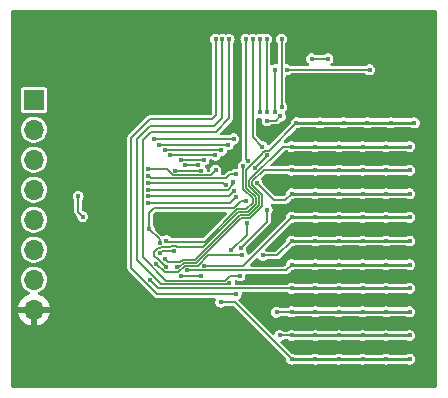
<source format=gbr>
%TF.GenerationSoftware,KiCad,Pcbnew,7.0.1*%
%TF.CreationDate,2023-04-05T13:45:37+02:00*%
%TF.ProjectId,LED_Driver_Evaluation,4c45445f-4472-4697-9665-725f4576616c,1.0*%
%TF.SameCoordinates,Original*%
%TF.FileFunction,Copper,L2,Bot*%
%TF.FilePolarity,Positive*%
%FSLAX46Y46*%
G04 Gerber Fmt 4.6, Leading zero omitted, Abs format (unit mm)*
G04 Created by KiCad (PCBNEW 7.0.1) date 2023-04-05 13:45:37*
%MOMM*%
%LPD*%
G01*
G04 APERTURE LIST*
%TA.AperFunction,ComponentPad*%
%ADD10R,1.700000X1.700000*%
%TD*%
%TA.AperFunction,ComponentPad*%
%ADD11O,1.700000X1.700000*%
%TD*%
%TA.AperFunction,ViaPad*%
%ADD12C,0.420000*%
%TD*%
%TA.AperFunction,Conductor*%
%ADD13C,0.127000*%
%TD*%
%TA.AperFunction,Conductor*%
%ADD14C,0.250000*%
%TD*%
G04 APERTURE END LIST*
D10*
%TO.P,J1,1,Pin_1*%
%TO.N,/SYNC*%
X113900000Y-58610000D03*
D11*
%TO.P,J1,2,Pin_2*%
%TO.N,/MISO*%
X113900000Y-61150000D03*
%TO.P,J1,3,Pin_3*%
%TO.N,/MOSI*%
X113900000Y-63690000D03*
%TO.P,J1,4,Pin_4*%
%TO.N,/SCK*%
X113900000Y-66230000D03*
%TO.P,J1,5,Pin_5*%
%TO.N,/SDB*%
X113900000Y-68770000D03*
%TO.P,J1,6,Pin_6*%
%TO.N,/CS*%
X113900000Y-71310000D03*
%TO.P,J1,7,Pin_7*%
%TO.N,/VCC*%
X113900000Y-73850000D03*
%TO.P,J1,8,Pin_8*%
%TO.N,GND*%
X113900000Y-76390000D03*
%TD*%
D12*
%TO.N,/VCC*%
X131825000Y-67200000D03*
X125736967Y-71386967D03*
X123675000Y-69575000D03*
X124540793Y-70715335D03*
X124587319Y-71575000D03*
%TO.N,GND*%
X130850000Y-63150000D03*
X124500000Y-68400000D03*
X124200000Y-68850000D03*
X127200000Y-69900000D03*
X127400000Y-69250000D03*
X126175000Y-69025000D03*
X130900000Y-63850000D03*
X126900000Y-68700000D03*
X126625000Y-69500000D03*
%TO.N,/SDB*%
X117650000Y-66800000D03*
X130875000Y-66325000D03*
X123575000Y-66800000D03*
X118050000Y-68500000D03*
%TO.N,Net-(D1-A)*%
X146125000Y-60575000D03*
X136125000Y-60575000D03*
X138125000Y-60575000D03*
X125069929Y-72757071D03*
X140125000Y-60575000D03*
X144125000Y-60575000D03*
X142125000Y-60575000D03*
%TO.N,Net-(D13-A)*%
X145725000Y-62575000D03*
X141725000Y-62575000D03*
X139725000Y-62575000D03*
X124985319Y-72109603D03*
X137725000Y-62575000D03*
X143725000Y-62575000D03*
X135725000Y-62575000D03*
%TO.N,Net-(D14-A)*%
X137725000Y-64575000D03*
X135725000Y-64575000D03*
X141725000Y-64575000D03*
X139725000Y-64575000D03*
X143725000Y-64575000D03*
X145725000Y-64575000D03*
X126000289Y-72798289D03*
%TO.N,Net-(D15-A)*%
X145725000Y-66575000D03*
X143725000Y-66575000D03*
X132798000Y-65684804D03*
X125117696Y-70538696D03*
X141725000Y-66575000D03*
X131632838Y-64204304D03*
X135725000Y-66575000D03*
X139725000Y-66575000D03*
X137725000Y-66575000D03*
%TO.N,Net-(D16-A)*%
X126400000Y-73525000D03*
X135725000Y-68575000D03*
X145725000Y-68575000D03*
X128325000Y-72652000D03*
X139725000Y-68575000D03*
X143725000Y-68575000D03*
X137725000Y-68575000D03*
X128050000Y-73525000D03*
X141725000Y-68575000D03*
%TO.N,Net-(D17-A)*%
X143725000Y-70575000D03*
X145725000Y-70575000D03*
X139725000Y-70575000D03*
X141725000Y-70575000D03*
X135725000Y-70575000D03*
X137725000Y-70575000D03*
X133275000Y-71800000D03*
X131525000Y-71775000D03*
X124275000Y-72525000D03*
%TO.N,Net-(D18-A)*%
X126900000Y-73050000D03*
X141725000Y-72575000D03*
X137725000Y-72575000D03*
X139725000Y-72575000D03*
X143725000Y-72575000D03*
X145725000Y-72575000D03*
X135725000Y-72575000D03*
%TO.N,Net-(D19-A)*%
X139725000Y-74575000D03*
X145725000Y-74575000D03*
X135725000Y-74575000D03*
X123700000Y-73850000D03*
X141725000Y-74575000D03*
X137725000Y-74575000D03*
X143725000Y-74575000D03*
%TO.N,Net-(D20-A)*%
X141725000Y-76575000D03*
X134450000Y-76600000D03*
X143725000Y-76575000D03*
X139725000Y-76575000D03*
X145725000Y-76575000D03*
X135725000Y-76575000D03*
X137725000Y-76575000D03*
%TO.N,Net-(D10-A)*%
X139725000Y-78575000D03*
X145725000Y-78575000D03*
X141725000Y-78575000D03*
X143725000Y-78575000D03*
X134700000Y-78575000D03*
X137725000Y-78575000D03*
X135725000Y-78575000D03*
%TO.N,Net-(D11-A)*%
X143725000Y-80575000D03*
X137725000Y-80575000D03*
X145725000Y-80575000D03*
X141725000Y-80575000D03*
X135725000Y-80575000D03*
X139725000Y-80575000D03*
X129725000Y-75750000D03*
%TO.N,/MOSI*%
X130155954Y-65830954D03*
X123575000Y-65625000D03*
%TO.N,/SCK*%
X123575000Y-66225000D03*
X130775000Y-65600000D03*
%TO.N,/CS*%
X130984652Y-66858345D03*
X123575000Y-67375000D03*
%TO.N,/MISO*%
X123575000Y-65050000D03*
X131000000Y-64925000D03*
%TO.N,/SYNC*%
X123600000Y-64450000D03*
X129300000Y-64600000D03*
%TO.N,Net-(U1-CS18)*%
X130450000Y-74125000D03*
X129856429Y-53493571D03*
%TO.N,Net-(U1-CS17)*%
X129300000Y-53500000D03*
X131025000Y-75075000D03*
%TO.N,Net-(U1-CS16)*%
X130437751Y-53512036D03*
X131350000Y-73525000D03*
%TO.N,Net-(U1-CS15)*%
X130600000Y-71377000D03*
X131950000Y-69025000D03*
X133256071Y-62581071D03*
X132425000Y-53475000D03*
%TO.N,Net-(U1-CS14)*%
X131400000Y-71175000D03*
X133650000Y-63312857D03*
X132599288Y-64400711D03*
X133650000Y-67927880D03*
X132017860Y-63819282D03*
X131850000Y-53500000D03*
%TO.N,Net-(U1-CS13)*%
X133050000Y-59675000D03*
X133650000Y-60375000D03*
X134775000Y-60025000D03*
X133025000Y-53475000D03*
%TO.N,Net-(U1-CS12)*%
X134300000Y-59675000D03*
X142325000Y-56075000D03*
X135300000Y-56075000D03*
X134300000Y-56075000D03*
%TO.N,Net-(U1-CS11)*%
X133600000Y-59675000D03*
X133600000Y-53475000D03*
%TO.N,Net-(U1-CS10)*%
X134875000Y-59225000D03*
X134875000Y-53475000D03*
%TO.N,Net-(U1-CS7)*%
X127825000Y-64100000D03*
X126725000Y-64100000D03*
%TO.N,Net-(U1-CS6)*%
X128300000Y-63700000D03*
X126325000Y-63700000D03*
%TO.N,Net-(U1-CS5)*%
X125875000Y-64625000D03*
X138800000Y-55150000D03*
X137425000Y-55152000D03*
X128075000Y-64625000D03*
%TO.N,Net-(U1-CS4)*%
X125425000Y-63300000D03*
X129275000Y-63300000D03*
%TO.N,Net-(U1-CS3)*%
X125000000Y-62900000D03*
X129775000Y-62900000D03*
%TO.N,Net-(U1-CS2)*%
X130350000Y-62425000D03*
X124500000Y-62425000D03*
%TO.N,Net-(U1-CS1)*%
X130825000Y-61925000D03*
X124075000Y-61925000D03*
%TD*%
D13*
%TO.N,/VCC*%
X124048500Y-67801500D02*
X123675000Y-68175000D01*
X130830025Y-67801500D02*
X124048500Y-67801500D01*
X124540793Y-70715335D02*
X124540793Y-70440793D01*
X124540793Y-70440793D02*
X123675000Y-69575000D01*
X123675000Y-68175000D02*
X123675000Y-69575000D01*
X124775352Y-71386967D02*
X124587319Y-71575000D01*
X125736967Y-71386967D02*
X124775352Y-71386967D01*
X131825000Y-67200000D02*
X131431525Y-67200000D01*
X131431525Y-67200000D02*
X130830025Y-67801500D01*
%TO.N,/SDB*%
X117650000Y-68100000D02*
X117650000Y-66800000D01*
X130875000Y-66325000D02*
X130400000Y-66800000D01*
X118050000Y-68500000D02*
X117650000Y-68100000D01*
X130400000Y-66800000D02*
X123575000Y-66800000D01*
D14*
%TO.N,Net-(D1-A)*%
X140125000Y-60575000D02*
X138125000Y-60575000D01*
D13*
X124100000Y-71850000D02*
X124100000Y-71498754D01*
D14*
X144125000Y-60575000D02*
X142125000Y-60575000D01*
D13*
X124100000Y-71498754D02*
X124422254Y-71176500D01*
X124422254Y-71176500D02*
X124566457Y-71176500D01*
X133785643Y-62914357D02*
X136125000Y-60575000D01*
X133484935Y-62914357D02*
X133785643Y-62914357D01*
X128244289Y-71100000D02*
X131221789Y-68122500D01*
D14*
X142125000Y-60575000D02*
X140125000Y-60575000D01*
X146125000Y-60575000D02*
X144125000Y-60575000D01*
D13*
X132692500Y-66855633D02*
X131895500Y-66058633D01*
X125069929Y-72757071D02*
X124439358Y-72126500D01*
X126013565Y-71100000D02*
X128244289Y-71100000D01*
X124439358Y-72126500D02*
X124376500Y-72126500D01*
X133251500Y-63147792D02*
X133484935Y-62914357D01*
X124376500Y-72126500D02*
X124100000Y-71850000D01*
X131895500Y-64540934D02*
X133251500Y-63184934D01*
X125902032Y-70988467D02*
X126013565Y-71100000D01*
X131895500Y-66058633D02*
X131895500Y-64540934D01*
X124642957Y-71100000D02*
X125460369Y-71100000D01*
X133251500Y-63184934D02*
X133251500Y-63147792D01*
X124566457Y-71176500D02*
X124642957Y-71100000D01*
X125571902Y-70988467D02*
X125902032Y-70988467D01*
X125460369Y-71100000D02*
X125571902Y-70988467D01*
X131221789Y-68122500D02*
X131989736Y-68122500D01*
X131989736Y-68122500D02*
X132692500Y-67419736D01*
X132692500Y-67419736D02*
X132692500Y-66855633D01*
D14*
X136125000Y-60575000D02*
X138125000Y-60575000D01*
%TO.N,Net-(D13-A)*%
X139725000Y-62575000D02*
X141725000Y-62575000D01*
D13*
X134988565Y-62575000D02*
X135725000Y-62575000D01*
X132944500Y-67524118D02*
X132944500Y-66751251D01*
D14*
X141725000Y-62575000D02*
X143725000Y-62575000D01*
D13*
X124985319Y-72109603D02*
X125250716Y-72375000D01*
X132944500Y-66751251D02*
X132147500Y-65954251D01*
D14*
X143725000Y-62575000D02*
X145725000Y-62575000D01*
D13*
X127553171Y-72147500D02*
X131326171Y-68374500D01*
D14*
X135725000Y-62575000D02*
X137725000Y-62575000D01*
D13*
X125250716Y-72375000D02*
X126273671Y-72375000D01*
D14*
X137725000Y-62575000D02*
X139725000Y-62575000D01*
D13*
X132094118Y-68374500D02*
X132944500Y-67524118D01*
X131326171Y-68374500D02*
X132094118Y-68374500D01*
X126501171Y-72147500D02*
X127553171Y-72147500D01*
X132147500Y-65416065D02*
X134988565Y-62575000D01*
X132147500Y-65954251D02*
X132147500Y-65416065D01*
X126273671Y-72375000D02*
X126501171Y-72147500D01*
D14*
%TO.N,Net-(D14-A)*%
X135725000Y-64575000D02*
X137725000Y-64575000D01*
D13*
X133344947Y-64575000D02*
X135725000Y-64575000D01*
D14*
X141725000Y-64575000D02*
X139725000Y-64575000D01*
D13*
X133196500Y-67628500D02*
X133196500Y-66646869D01*
D14*
X137725000Y-64575000D02*
X139725000Y-64575000D01*
D13*
X132399500Y-65520447D02*
X133344947Y-64575000D01*
X132198500Y-68626500D02*
X133196500Y-67628500D01*
X126605553Y-72399500D02*
X127657553Y-72399500D01*
D14*
X145725000Y-64575000D02*
X143725000Y-64575000D01*
D13*
X126000289Y-72798289D02*
X126206764Y-72798289D01*
X133196500Y-66646869D02*
X132399500Y-65849869D01*
X126206764Y-72798289D02*
X126605553Y-72399500D01*
X132399500Y-65849869D02*
X132399500Y-65520447D01*
D14*
X143725000Y-64575000D02*
X141725000Y-64575000D01*
D13*
X127657553Y-72399500D02*
X131430553Y-68626500D01*
X131430553Y-68626500D02*
X132198500Y-68626500D01*
%TO.N,Net-(D15-A)*%
X135189143Y-67110857D02*
X135725000Y-66575000D01*
X125202000Y-70623000D02*
X128364907Y-70623000D01*
X131885354Y-67870500D02*
X132440500Y-67315354D01*
X134224053Y-67110857D02*
X135189143Y-67110857D01*
D14*
X141725000Y-66575000D02*
X143725000Y-66575000D01*
D13*
X132440500Y-67315354D02*
X132440500Y-66960014D01*
X128364907Y-70623000D02*
X131117407Y-67870500D01*
D14*
X139725000Y-66575000D02*
X141725000Y-66575000D01*
D13*
X132798000Y-65684804D02*
X134224053Y-67110857D01*
D14*
X135725000Y-66575000D02*
X137725000Y-66575000D01*
D13*
X125117696Y-70538696D02*
X125202000Y-70623000D01*
X131632838Y-66152352D02*
X131632838Y-64204304D01*
D14*
X143725000Y-66575000D02*
X145725000Y-66575000D01*
D13*
X132440500Y-66960014D02*
X131632838Y-66152352D01*
D14*
X137725000Y-66575000D02*
X139725000Y-66575000D01*
D13*
X131117407Y-67870500D02*
X131885354Y-67870500D01*
%TO.N,Net-(D16-A)*%
X128325000Y-72652000D02*
X131648000Y-72652000D01*
D14*
X141725000Y-68575000D02*
X143725000Y-68575000D01*
X139725000Y-68575000D02*
X137725000Y-68575000D01*
X139725000Y-68575000D02*
X141725000Y-68575000D01*
X137725000Y-68575000D02*
X135725000Y-68575000D01*
X145725000Y-68575000D02*
X143725000Y-68575000D01*
D13*
X131648000Y-72652000D02*
X135725000Y-68575000D01*
X126400000Y-73525000D02*
X128050000Y-73525000D01*
D14*
%TO.N,Net-(D17-A)*%
X135725000Y-70575000D02*
X137725000Y-70575000D01*
D13*
X126709935Y-72651500D02*
X127761935Y-72651500D01*
D14*
X143725000Y-70575000D02*
X145725000Y-70575000D01*
D13*
X127761935Y-72651500D02*
X128638435Y-71775000D01*
X124275000Y-72525000D02*
X124975000Y-73225000D01*
D14*
X141725000Y-70575000D02*
X143725000Y-70575000D01*
D13*
X134500000Y-71800000D02*
X135725000Y-70575000D01*
X128638435Y-71775000D02*
X131525000Y-71775000D01*
D14*
X139725000Y-70575000D02*
X141725000Y-70575000D01*
D13*
X124975000Y-73225000D02*
X126136435Y-73225000D01*
X133275000Y-71800000D02*
X134500000Y-71800000D01*
X126136435Y-73225000D02*
X126709935Y-72651500D01*
D14*
X137725000Y-70575000D02*
X139725000Y-70575000D01*
%TO.N,Net-(D18-A)*%
X143725000Y-72575000D02*
X141725000Y-72575000D01*
X145725000Y-72575000D02*
X143725000Y-72575000D01*
D13*
X126900000Y-73050000D02*
X135250000Y-73050000D01*
X135250000Y-73050000D02*
X135725000Y-72575000D01*
D14*
X137725000Y-72575000D02*
X135725000Y-72575000D01*
X139725000Y-72575000D02*
X137725000Y-72575000D01*
X141725000Y-72575000D02*
X139725000Y-72575000D01*
%TO.N,Net-(D19-A)*%
X141725000Y-74575000D02*
X143725000Y-74575000D01*
X139725000Y-74575000D02*
X141725000Y-74575000D01*
X135725000Y-74575000D02*
X137725000Y-74575000D01*
X137725000Y-74575000D02*
X139725000Y-74575000D01*
D13*
X123700000Y-73850000D02*
X124425000Y-74575000D01*
D14*
X143725000Y-74575000D02*
X145725000Y-74575000D01*
D13*
X124425000Y-74575000D02*
X135725000Y-74575000D01*
D14*
%TO.N,Net-(D20-A)*%
X143725000Y-76575000D02*
X141725000Y-76575000D01*
X139725000Y-76575000D02*
X141725000Y-76575000D01*
X143725000Y-76575000D02*
X145725000Y-76575000D01*
D13*
X135700000Y-76600000D02*
X135725000Y-76575000D01*
D14*
X135725000Y-76575000D02*
X137725000Y-76575000D01*
D13*
X134450000Y-76600000D02*
X135700000Y-76600000D01*
D14*
X139725000Y-76575000D02*
X137725000Y-76575000D01*
%TO.N,Net-(D10-A)*%
X143725000Y-78575000D02*
X145725000Y-78575000D01*
D13*
X134700000Y-78575000D02*
X135725000Y-78575000D01*
D14*
X143725000Y-78575000D02*
X141725000Y-78575000D01*
X139725000Y-78575000D02*
X137725000Y-78575000D01*
X135725000Y-78575000D02*
X137725000Y-78575000D01*
X139725000Y-78575000D02*
X141725000Y-78575000D01*
%TO.N,Net-(D11-A)*%
X143725000Y-80575000D02*
X145725000Y-80575000D01*
X135725000Y-80575000D02*
X137725000Y-80575000D01*
X143725000Y-80575000D02*
X141725000Y-80575000D01*
X137725000Y-80575000D02*
X139725000Y-80575000D01*
D13*
X130900000Y-75750000D02*
X135725000Y-80575000D01*
D14*
X139725000Y-80575000D02*
X141725000Y-80575000D01*
D13*
X129725000Y-75750000D02*
X130900000Y-75750000D01*
%TO.N,/MOSI*%
X130155954Y-65830954D02*
X129950000Y-65625000D01*
X129950000Y-65625000D02*
X123575000Y-65625000D01*
%TO.N,/SCK*%
X130775000Y-65775473D02*
X130321019Y-66229454D01*
X130321019Y-66229454D02*
X123579454Y-66229454D01*
X130775000Y-65600000D02*
X130775000Y-65775473D01*
X123579454Y-66229454D02*
X123575000Y-66225000D01*
%TO.N,/CS*%
X130467997Y-67375000D02*
X123575000Y-67375000D01*
X130984652Y-66858345D02*
X130467997Y-67375000D01*
%TO.N,/MISO*%
X123800000Y-65275000D02*
X123575000Y-65050000D01*
X131000000Y-64925000D02*
X130502382Y-64925000D01*
X130152382Y-65275000D02*
X123800000Y-65275000D01*
X130502382Y-64925000D02*
X130152382Y-65275000D01*
%TO.N,/SYNC*%
X123600000Y-64450000D02*
X123625000Y-64475000D01*
X125161435Y-64475000D02*
X125709935Y-65023500D01*
X123625000Y-64475000D02*
X125161435Y-64475000D01*
X128876500Y-65023500D02*
X129300000Y-64600000D01*
X125709935Y-65023500D02*
X128876500Y-65023500D01*
%TO.N,Net-(U1-CS18)*%
X123750000Y-60825000D02*
X122625000Y-61950000D01*
X122625000Y-72211435D02*
X124663565Y-74250000D01*
X129175000Y-60825000D02*
X123750000Y-60825000D01*
X129850000Y-60150000D02*
X129175000Y-60825000D01*
X129850000Y-53500000D02*
X129850000Y-60150000D01*
X130325000Y-74250000D02*
X130450000Y-74125000D01*
X124663565Y-74250000D02*
X130325000Y-74250000D01*
X122625000Y-61950000D02*
X122625000Y-72211435D01*
X129856429Y-53493571D02*
X129850000Y-53500000D01*
%TO.N,Net-(U1-CS17)*%
X129300000Y-59900000D02*
X128975000Y-60225000D01*
X124361435Y-75075000D02*
X131025000Y-75075000D01*
X129300000Y-53500000D02*
X129300000Y-59900000D01*
X122125000Y-72838565D02*
X124361435Y-75075000D01*
X123750000Y-60225000D02*
X122125000Y-61850000D01*
X122125000Y-61850000D02*
X122125000Y-72838565D01*
X128975000Y-60225000D02*
X123750000Y-60225000D01*
%TO.N,Net-(U1-CS16)*%
X123800000Y-61325000D02*
X123100000Y-62025000D01*
X123100000Y-62025000D02*
X123100000Y-71913565D01*
X123100000Y-71913565D02*
X125109935Y-73923500D01*
X130450000Y-53524285D02*
X130450000Y-60200000D01*
X130087935Y-73923500D02*
X130486435Y-73525000D01*
X125109935Y-73923500D02*
X130087935Y-73923500D01*
X130486435Y-73525000D02*
X131350000Y-73525000D01*
X130450000Y-60200000D02*
X129325000Y-61325000D01*
X129325000Y-61325000D02*
X123800000Y-61325000D01*
X130437751Y-53512036D02*
X130450000Y-53524285D01*
%TO.N,Net-(U1-CS15)*%
X133256071Y-62581071D02*
X132425000Y-61750000D01*
X131950000Y-69025000D02*
X131950000Y-70027000D01*
X131950000Y-70027000D02*
X130600000Y-71377000D01*
X132425000Y-61750000D02*
X132425000Y-53475000D01*
%TO.N,Net-(U1-CS14)*%
X132017860Y-63819282D02*
X131850000Y-63651422D01*
X131850000Y-63651422D02*
X131850000Y-53500000D01*
X132599288Y-64400711D02*
X133650000Y-63349999D01*
X133650000Y-63349999D02*
X133650000Y-63312857D01*
X133650000Y-67927880D02*
X133650000Y-68925000D01*
X133650000Y-68925000D02*
X131400000Y-71175000D01*
%TO.N,Net-(U1-CS13)*%
X133050000Y-53500000D02*
X133050000Y-59675000D01*
X133650000Y-60375000D02*
X134425000Y-60375000D01*
X133025000Y-53475000D02*
X133050000Y-53500000D01*
X134425000Y-60375000D02*
X134775000Y-60025000D01*
%TO.N,Net-(U1-CS12)*%
X134300000Y-56075000D02*
X134300000Y-59675000D01*
X142325000Y-56075000D02*
X135300000Y-56075000D01*
%TO.N,Net-(U1-CS11)*%
X133600000Y-53475000D02*
X133600000Y-59675000D01*
%TO.N,Net-(U1-CS10)*%
X134875000Y-53475000D02*
X134875000Y-59225000D01*
%TO.N,Net-(U1-CS7)*%
X126725000Y-64100000D02*
X127825000Y-64100000D01*
%TO.N,Net-(U1-CS6)*%
X126325000Y-63700000D02*
X128300000Y-63700000D01*
%TO.N,Net-(U1-CS5)*%
X137425000Y-55152000D02*
X138798000Y-55152000D01*
X138798000Y-55152000D02*
X138800000Y-55150000D01*
X125875000Y-64625000D02*
X128075000Y-64625000D01*
%TO.N,Net-(U1-CS4)*%
X125425000Y-63300000D02*
X129275000Y-63300000D01*
%TO.N,Net-(U1-CS3)*%
X125000000Y-62900000D02*
X129775000Y-62900000D01*
%TO.N,Net-(U1-CS2)*%
X124500000Y-62425000D02*
X130350000Y-62425000D01*
%TO.N,Net-(U1-CS1)*%
X124075000Y-61925000D02*
X130825000Y-61925000D01*
%TD*%
%TA.AperFunction,Conductor*%
%TO.N,GND*%
G36*
X130185277Y-68129015D02*
G01*
X130229300Y-68166615D01*
X130251455Y-68220102D01*
X130246913Y-68277818D01*
X130216663Y-68327181D01*
X128271163Y-70272681D01*
X128230935Y-70299561D01*
X128183482Y-70309000D01*
X125584621Y-70309000D01*
X125533110Y-70297795D01*
X125490909Y-70266203D01*
X125422361Y-70187096D01*
X125422360Y-70187095D01*
X125310962Y-70115503D01*
X125247433Y-70096849D01*
X125183907Y-70078196D01*
X125183906Y-70078196D01*
X125051486Y-70078196D01*
X125051485Y-70078196D01*
X124924431Y-70115502D01*
X124847251Y-70165103D01*
X124794933Y-70183910D01*
X124739655Y-70177967D01*
X124692531Y-70148468D01*
X124172973Y-69628910D01*
X124149770Y-69596733D01*
X124137917Y-69558878D01*
X124121390Y-69443928D01*
X124085722Y-69365827D01*
X124066381Y-69323475D01*
X124025698Y-69276525D01*
X124019286Y-69269125D01*
X123996818Y-69231257D01*
X123989000Y-69187923D01*
X123989000Y-68356425D01*
X123998439Y-68308972D01*
X124025319Y-68268744D01*
X124142244Y-68151819D01*
X124182472Y-68124939D01*
X124229925Y-68115500D01*
X130128982Y-68115500D01*
X130185277Y-68129015D01*
G37*
%TD.AperFunction*%
%TA.AperFunction,Conductor*%
G36*
X147937500Y-51017113D02*
G01*
X147982887Y-51062500D01*
X147999500Y-51124500D01*
X147999500Y-82875500D01*
X147982887Y-82937500D01*
X147937500Y-82982887D01*
X147875500Y-82999500D01*
X112124500Y-82999500D01*
X112062500Y-82982887D01*
X112017113Y-82937500D01*
X112000500Y-82875500D01*
X112000500Y-76640000D01*
X112569364Y-76640000D01*
X112626569Y-76853492D01*
X112726399Y-77067576D01*
X112861893Y-77261081D01*
X113028918Y-77428106D01*
X113222423Y-77563600D01*
X113436507Y-77663430D01*
X113649999Y-77720635D01*
X113650000Y-77720636D01*
X113650000Y-76640000D01*
X114150000Y-76640000D01*
X114150000Y-77720635D01*
X114363492Y-77663430D01*
X114577576Y-77563600D01*
X114771081Y-77428106D01*
X114938106Y-77261081D01*
X115073600Y-77067576D01*
X115173430Y-76853492D01*
X115230636Y-76640000D01*
X114150000Y-76640000D01*
X113650000Y-76640000D01*
X112569364Y-76640000D01*
X112000500Y-76640000D01*
X112000500Y-76140000D01*
X112569364Y-76140000D01*
X115230636Y-76140000D01*
X115230635Y-76139999D01*
X115173430Y-75926507D01*
X115073599Y-75712421D01*
X114938109Y-75518921D01*
X114771081Y-75351893D01*
X114577576Y-75216399D01*
X114363488Y-75116567D01*
X114324413Y-75106097D01*
X114270736Y-75075873D01*
X114238228Y-75023549D01*
X114234910Y-74962037D01*
X114261601Y-74906519D01*
X114311713Y-74870697D01*
X114392637Y-74839348D01*
X114566041Y-74731981D01*
X114716764Y-74594579D01*
X114839673Y-74431821D01*
X114839673Y-74431819D01*
X114839675Y-74431818D01*
X114893622Y-74323476D01*
X114930582Y-74249250D01*
X114986397Y-74053083D01*
X115005215Y-73850000D01*
X114986397Y-73646917D01*
X114930582Y-73450750D01*
X114887386Y-73364000D01*
X114839675Y-73268181D01*
X114716763Y-73105419D01*
X114566041Y-72968018D01*
X114401849Y-72866355D01*
X121807368Y-72866355D01*
X121816750Y-72901369D01*
X121819091Y-72911925D01*
X121825625Y-72948978D01*
X121835238Y-72972182D01*
X121836029Y-72973312D01*
X121836030Y-72973314D01*
X121850260Y-72993637D01*
X121856814Y-73002997D01*
X121862627Y-73012121D01*
X121880751Y-73043514D01*
X121908518Y-73066813D01*
X121916494Y-73074122D01*
X124125871Y-75283499D01*
X124133179Y-75291473D01*
X124156486Y-75319249D01*
X124187871Y-75337369D01*
X124196995Y-75343181D01*
X124227825Y-75364769D01*
X124251014Y-75374373D01*
X124252382Y-75374614D01*
X124252384Y-75374615D01*
X124288083Y-75380909D01*
X124298627Y-75383246D01*
X124333646Y-75392631D01*
X124333646Y-75392630D01*
X124333647Y-75392631D01*
X124352135Y-75391013D01*
X124369754Y-75389471D01*
X124380561Y-75389000D01*
X129190667Y-75389000D01*
X129250094Y-75404168D01*
X129294983Y-75445961D01*
X129314351Y-75504155D01*
X129303461Y-75564512D01*
X129278609Y-75618927D01*
X129259765Y-75750000D01*
X129278609Y-75881072D01*
X129299359Y-75926507D01*
X129333619Y-76001525D01*
X129420336Y-76101601D01*
X129531734Y-76173193D01*
X129629950Y-76202031D01*
X129658789Y-76210500D01*
X129658790Y-76210500D01*
X129791210Y-76210500D01*
X129791211Y-76210500D01*
X129828673Y-76199500D01*
X129918266Y-76173193D01*
X129951543Y-76151807D01*
X130044663Y-76091963D01*
X130044765Y-76092122D01*
X130067364Y-76075206D01*
X130118875Y-76064000D01*
X130718575Y-76064000D01*
X130766028Y-76073439D01*
X130806256Y-76100319D01*
X135227026Y-80521089D01*
X135250229Y-80553266D01*
X135262083Y-80591123D01*
X135278609Y-80706072D01*
X135333618Y-80826523D01*
X135333619Y-80826525D01*
X135420336Y-80926601D01*
X135531734Y-80998193D01*
X135629950Y-81027031D01*
X135658789Y-81035500D01*
X135658790Y-81035500D01*
X135791210Y-81035500D01*
X135791211Y-81035500D01*
X135833562Y-81023064D01*
X135918266Y-80998193D01*
X135961848Y-80970183D01*
X136028887Y-80950500D01*
X137421113Y-80950500D01*
X137488151Y-80970183D01*
X137531734Y-80998193D01*
X137595261Y-81016846D01*
X137658789Y-81035500D01*
X137658790Y-81035500D01*
X137791210Y-81035500D01*
X137791211Y-81035500D01*
X137833562Y-81023064D01*
X137918266Y-80998193D01*
X137961848Y-80970183D01*
X138028887Y-80950500D01*
X139421113Y-80950500D01*
X139488151Y-80970183D01*
X139531734Y-80998193D01*
X139595261Y-81016846D01*
X139658789Y-81035500D01*
X139658790Y-81035500D01*
X139791210Y-81035500D01*
X139791211Y-81035500D01*
X139833562Y-81023064D01*
X139918266Y-80998193D01*
X139961848Y-80970183D01*
X140028887Y-80950500D01*
X141421113Y-80950500D01*
X141488151Y-80970183D01*
X141531734Y-80998193D01*
X141595261Y-81016846D01*
X141658789Y-81035500D01*
X141658790Y-81035500D01*
X141791210Y-81035500D01*
X141791211Y-81035500D01*
X141833562Y-81023064D01*
X141918266Y-80998193D01*
X141961848Y-80970183D01*
X142028887Y-80950500D01*
X143421113Y-80950500D01*
X143488151Y-80970183D01*
X143531734Y-80998193D01*
X143595261Y-81016846D01*
X143658789Y-81035500D01*
X143658790Y-81035500D01*
X143791210Y-81035500D01*
X143791211Y-81035500D01*
X143833562Y-81023064D01*
X143918266Y-80998193D01*
X143961848Y-80970183D01*
X144028887Y-80950500D01*
X145421113Y-80950500D01*
X145488151Y-80970183D01*
X145531734Y-80998193D01*
X145595261Y-81016846D01*
X145658789Y-81035500D01*
X145658790Y-81035500D01*
X145791210Y-81035500D01*
X145791211Y-81035500D01*
X145814714Y-81028598D01*
X145918266Y-80998193D01*
X146029664Y-80926601D01*
X146116381Y-80826525D01*
X146171390Y-80706072D01*
X146190235Y-80575000D01*
X146171390Y-80443928D01*
X146116381Y-80323475D01*
X146029664Y-80223399D01*
X146029663Y-80223398D01*
X145961848Y-80179816D01*
X145918266Y-80151807D01*
X145854738Y-80133153D01*
X145791211Y-80114500D01*
X145791210Y-80114500D01*
X145658790Y-80114500D01*
X145658789Y-80114500D01*
X145531735Y-80151806D01*
X145488152Y-80179816D01*
X145421113Y-80199500D01*
X144028887Y-80199500D01*
X143961848Y-80179816D01*
X143918264Y-80151806D01*
X143791211Y-80114500D01*
X143791210Y-80114500D01*
X143658790Y-80114500D01*
X143658789Y-80114500D01*
X143531735Y-80151806D01*
X143488152Y-80179816D01*
X143421113Y-80199500D01*
X142028887Y-80199500D01*
X141961848Y-80179816D01*
X141918264Y-80151806D01*
X141791211Y-80114500D01*
X141791210Y-80114500D01*
X141658790Y-80114500D01*
X141658789Y-80114500D01*
X141531735Y-80151806D01*
X141488152Y-80179816D01*
X141421113Y-80199500D01*
X140028887Y-80199500D01*
X139961848Y-80179816D01*
X139918264Y-80151806D01*
X139791211Y-80114500D01*
X139791210Y-80114500D01*
X139658790Y-80114500D01*
X139658789Y-80114500D01*
X139531735Y-80151806D01*
X139488152Y-80179816D01*
X139421113Y-80199500D01*
X138028887Y-80199500D01*
X137961848Y-80179816D01*
X137918264Y-80151806D01*
X137791211Y-80114500D01*
X137791210Y-80114500D01*
X137658790Y-80114500D01*
X137658789Y-80114500D01*
X137531735Y-80151806D01*
X137488152Y-80179816D01*
X137421113Y-80199500D01*
X136028887Y-80199500D01*
X135961848Y-80179816D01*
X135918264Y-80151806D01*
X135791211Y-80114500D01*
X135791210Y-80114500D01*
X135759925Y-80114500D01*
X135712472Y-80105061D01*
X135672244Y-80078181D01*
X134808357Y-79214294D01*
X134776456Y-79159418D01*
X134775890Y-79095946D01*
X134806807Y-79040510D01*
X134861100Y-79007637D01*
X134893266Y-78998193D01*
X134899506Y-78994182D01*
X135019663Y-78916963D01*
X135019765Y-78917122D01*
X135042364Y-78900206D01*
X135093875Y-78889000D01*
X135331125Y-78889000D01*
X135382636Y-78900206D01*
X135405234Y-78917122D01*
X135405337Y-78916963D01*
X135531732Y-78998192D01*
X135531734Y-78998193D01*
X135563891Y-79007635D01*
X135658789Y-79035500D01*
X135658790Y-79035500D01*
X135791210Y-79035500D01*
X135791211Y-79035500D01*
X135833561Y-79023064D01*
X135918266Y-78998193D01*
X135961848Y-78970183D01*
X136028887Y-78950500D01*
X137421113Y-78950500D01*
X137488151Y-78970183D01*
X137531734Y-78998193D01*
X137563891Y-79007635D01*
X137658789Y-79035500D01*
X137658790Y-79035500D01*
X137791210Y-79035500D01*
X137791211Y-79035500D01*
X137833561Y-79023064D01*
X137918266Y-78998193D01*
X137961848Y-78970183D01*
X138028887Y-78950500D01*
X139421113Y-78950500D01*
X139488151Y-78970183D01*
X139531734Y-78998193D01*
X139563891Y-79007635D01*
X139658789Y-79035500D01*
X139658790Y-79035500D01*
X139791210Y-79035500D01*
X139791211Y-79035500D01*
X139833561Y-79023064D01*
X139918266Y-78998193D01*
X139961848Y-78970183D01*
X140028887Y-78950500D01*
X141421113Y-78950500D01*
X141488151Y-78970183D01*
X141531734Y-78998193D01*
X141563891Y-79007635D01*
X141658789Y-79035500D01*
X141658790Y-79035500D01*
X141791210Y-79035500D01*
X141791211Y-79035500D01*
X141833561Y-79023064D01*
X141918266Y-78998193D01*
X141961848Y-78970183D01*
X142028887Y-78950500D01*
X143421113Y-78950500D01*
X143488151Y-78970183D01*
X143531734Y-78998193D01*
X143563891Y-79007635D01*
X143658789Y-79035500D01*
X143658790Y-79035500D01*
X143791210Y-79035500D01*
X143791211Y-79035500D01*
X143833561Y-79023064D01*
X143918266Y-78998193D01*
X143961848Y-78970183D01*
X144028887Y-78950500D01*
X145421113Y-78950500D01*
X145488151Y-78970183D01*
X145531734Y-78998193D01*
X145563891Y-79007635D01*
X145658789Y-79035500D01*
X145658790Y-79035500D01*
X145791210Y-79035500D01*
X145791211Y-79035500D01*
X145814714Y-79028598D01*
X145918266Y-78998193D01*
X146029664Y-78926601D01*
X146116381Y-78826525D01*
X146171390Y-78706072D01*
X146190235Y-78575000D01*
X146171390Y-78443928D01*
X146164798Y-78429494D01*
X146116381Y-78323476D01*
X146116381Y-78323475D01*
X146029664Y-78223399D01*
X146029663Y-78223398D01*
X145961848Y-78179816D01*
X145918266Y-78151807D01*
X145854738Y-78133153D01*
X145791211Y-78114500D01*
X145791210Y-78114500D01*
X145658790Y-78114500D01*
X145658789Y-78114500D01*
X145531735Y-78151806D01*
X145488152Y-78179816D01*
X145421113Y-78199500D01*
X144028887Y-78199500D01*
X143961848Y-78179816D01*
X143918264Y-78151806D01*
X143791211Y-78114500D01*
X143791210Y-78114500D01*
X143658790Y-78114500D01*
X143658789Y-78114500D01*
X143531735Y-78151806D01*
X143488152Y-78179816D01*
X143421113Y-78199500D01*
X142028887Y-78199500D01*
X141961848Y-78179816D01*
X141918264Y-78151806D01*
X141791211Y-78114500D01*
X141791210Y-78114500D01*
X141658790Y-78114500D01*
X141658789Y-78114500D01*
X141531735Y-78151806D01*
X141488152Y-78179816D01*
X141421113Y-78199500D01*
X140028887Y-78199500D01*
X139961848Y-78179816D01*
X139918264Y-78151806D01*
X139791211Y-78114500D01*
X139791210Y-78114500D01*
X139658790Y-78114500D01*
X139658789Y-78114500D01*
X139531735Y-78151806D01*
X139488152Y-78179816D01*
X139421113Y-78199500D01*
X138028887Y-78199500D01*
X137961848Y-78179816D01*
X137918264Y-78151806D01*
X137791211Y-78114500D01*
X137791210Y-78114500D01*
X137658790Y-78114500D01*
X137658789Y-78114500D01*
X137531735Y-78151806D01*
X137488152Y-78179816D01*
X137421113Y-78199500D01*
X136028887Y-78199500D01*
X135961848Y-78179816D01*
X135918264Y-78151806D01*
X135791211Y-78114500D01*
X135791210Y-78114500D01*
X135658790Y-78114500D01*
X135658789Y-78114500D01*
X135531732Y-78151807D01*
X135405337Y-78233037D01*
X135405234Y-78232877D01*
X135382636Y-78249794D01*
X135331125Y-78261000D01*
X135093875Y-78261000D01*
X135042364Y-78249794D01*
X135019765Y-78232877D01*
X135019663Y-78233037D01*
X134893267Y-78151807D01*
X134766211Y-78114500D01*
X134766210Y-78114500D01*
X134633790Y-78114500D01*
X134633789Y-78114500D01*
X134506734Y-78151807D01*
X134395336Y-78223398D01*
X134308618Y-78323476D01*
X134260201Y-78429494D01*
X134223477Y-78475907D01*
X134169423Y-78500012D01*
X134110354Y-78496317D01*
X134059726Y-78465663D01*
X132194063Y-76600000D01*
X133984765Y-76600000D01*
X134003609Y-76731072D01*
X134047201Y-76826523D01*
X134058619Y-76851525D01*
X134145336Y-76951601D01*
X134256734Y-77023193D01*
X134354950Y-77052031D01*
X134383789Y-77060500D01*
X134383790Y-77060500D01*
X134516210Y-77060500D01*
X134516211Y-77060500D01*
X134553518Y-77049545D01*
X134643266Y-77023193D01*
X134669162Y-77006549D01*
X134769663Y-76941963D01*
X134769765Y-76942122D01*
X134792364Y-76925206D01*
X134843875Y-76914000D01*
X135364318Y-76914000D01*
X135431357Y-76933685D01*
X135531732Y-76998192D01*
X135531734Y-76998193D01*
X135605973Y-77019991D01*
X135658789Y-77035500D01*
X135658790Y-77035500D01*
X135791210Y-77035500D01*
X135791211Y-77035500D01*
X135833561Y-77023064D01*
X135918266Y-76998193D01*
X135961848Y-76970183D01*
X136028887Y-76950500D01*
X137421113Y-76950500D01*
X137488151Y-76970183D01*
X137531734Y-76998193D01*
X137595262Y-77016846D01*
X137658789Y-77035500D01*
X137658790Y-77035500D01*
X137791210Y-77035500D01*
X137791211Y-77035500D01*
X137833561Y-77023064D01*
X137918266Y-76998193D01*
X137961848Y-76970183D01*
X138028887Y-76950500D01*
X139421113Y-76950500D01*
X139488151Y-76970183D01*
X139531734Y-76998193D01*
X139595262Y-77016846D01*
X139658789Y-77035500D01*
X139658790Y-77035500D01*
X139791210Y-77035500D01*
X139791211Y-77035500D01*
X139833561Y-77023064D01*
X139918266Y-76998193D01*
X139961848Y-76970183D01*
X140028887Y-76950500D01*
X141421113Y-76950500D01*
X141488151Y-76970183D01*
X141531734Y-76998193D01*
X141595262Y-77016846D01*
X141658789Y-77035500D01*
X141658790Y-77035500D01*
X141791210Y-77035500D01*
X141791211Y-77035500D01*
X141833561Y-77023064D01*
X141918266Y-76998193D01*
X141961848Y-76970183D01*
X142028887Y-76950500D01*
X143421113Y-76950500D01*
X143488151Y-76970183D01*
X143531734Y-76998193D01*
X143595262Y-77016846D01*
X143658789Y-77035500D01*
X143658790Y-77035500D01*
X143791210Y-77035500D01*
X143791211Y-77035500D01*
X143833561Y-77023064D01*
X143918266Y-76998193D01*
X143961848Y-76970183D01*
X144028887Y-76950500D01*
X145421113Y-76950500D01*
X145488151Y-76970183D01*
X145531734Y-76998193D01*
X145595262Y-77016846D01*
X145658789Y-77035500D01*
X145658790Y-77035500D01*
X145791210Y-77035500D01*
X145791211Y-77035500D01*
X145814714Y-77028598D01*
X145918266Y-76998193D01*
X146029664Y-76926601D01*
X146116381Y-76826525D01*
X146171390Y-76706072D01*
X146190235Y-76575000D01*
X146171390Y-76443928D01*
X146116381Y-76323475D01*
X146029664Y-76223399D01*
X146029663Y-76223398D01*
X145957166Y-76176807D01*
X145918266Y-76151807D01*
X145854738Y-76133153D01*
X145791211Y-76114500D01*
X145791210Y-76114500D01*
X145658790Y-76114500D01*
X145658789Y-76114500D01*
X145531735Y-76151806D01*
X145488152Y-76179816D01*
X145421113Y-76199500D01*
X144028887Y-76199500D01*
X143961848Y-76179816D01*
X143918264Y-76151806D01*
X143791211Y-76114500D01*
X143791210Y-76114500D01*
X143658790Y-76114500D01*
X143658789Y-76114500D01*
X143531735Y-76151806D01*
X143488152Y-76179816D01*
X143421113Y-76199500D01*
X142028887Y-76199500D01*
X141961848Y-76179816D01*
X141918264Y-76151806D01*
X141791211Y-76114500D01*
X141791210Y-76114500D01*
X141658790Y-76114500D01*
X141658789Y-76114500D01*
X141531735Y-76151806D01*
X141488152Y-76179816D01*
X141421113Y-76199500D01*
X140028887Y-76199500D01*
X139961848Y-76179816D01*
X139918264Y-76151806D01*
X139791211Y-76114500D01*
X139791210Y-76114500D01*
X139658790Y-76114500D01*
X139658789Y-76114500D01*
X139531735Y-76151806D01*
X139488152Y-76179816D01*
X139421113Y-76199500D01*
X138028887Y-76199500D01*
X137961848Y-76179816D01*
X137918264Y-76151806D01*
X137791211Y-76114500D01*
X137791210Y-76114500D01*
X137658790Y-76114500D01*
X137658789Y-76114500D01*
X137531735Y-76151806D01*
X137488152Y-76179816D01*
X137421113Y-76199500D01*
X136028887Y-76199500D01*
X135961848Y-76179816D01*
X135918264Y-76151806D01*
X135791211Y-76114500D01*
X135791210Y-76114500D01*
X135658790Y-76114500D01*
X135658789Y-76114500D01*
X135531734Y-76151807D01*
X135420336Y-76223398D01*
X135403176Y-76243203D01*
X135360974Y-76274795D01*
X135309463Y-76286000D01*
X134843875Y-76286000D01*
X134792364Y-76274794D01*
X134769765Y-76257877D01*
X134769663Y-76258037D01*
X134643267Y-76176807D01*
X134516211Y-76139500D01*
X134516210Y-76139500D01*
X134383790Y-76139500D01*
X134383789Y-76139500D01*
X134256734Y-76176807D01*
X134145336Y-76248398D01*
X134058618Y-76348476D01*
X134003609Y-76468927D01*
X133984765Y-76600000D01*
X132194063Y-76600000D01*
X131250360Y-75656297D01*
X131221104Y-75609869D01*
X131214751Y-75555361D01*
X131232546Y-75503449D01*
X131271002Y-75464301D01*
X131329664Y-75426601D01*
X131416381Y-75326525D01*
X131471390Y-75206072D01*
X131490235Y-75075000D01*
X131483858Y-75030646D01*
X131493802Y-74961488D01*
X131539557Y-74908684D01*
X131606596Y-74889000D01*
X135331125Y-74889000D01*
X135382636Y-74900206D01*
X135405234Y-74917122D01*
X135405337Y-74916963D01*
X135531732Y-74998192D01*
X135531734Y-74998193D01*
X135605973Y-75019991D01*
X135658789Y-75035500D01*
X135658790Y-75035500D01*
X135791210Y-75035500D01*
X135791211Y-75035500D01*
X135833562Y-75023064D01*
X135918266Y-74998193D01*
X135961848Y-74970183D01*
X136028887Y-74950500D01*
X137421113Y-74950500D01*
X137488151Y-74970183D01*
X137531734Y-74998193D01*
X137595262Y-75016846D01*
X137658789Y-75035500D01*
X137658790Y-75035500D01*
X137791210Y-75035500D01*
X137791211Y-75035500D01*
X137833562Y-75023064D01*
X137918266Y-74998193D01*
X137961848Y-74970183D01*
X138028887Y-74950500D01*
X139421113Y-74950500D01*
X139488151Y-74970183D01*
X139531734Y-74998193D01*
X139595262Y-75016846D01*
X139658789Y-75035500D01*
X139658790Y-75035500D01*
X139791210Y-75035500D01*
X139791211Y-75035500D01*
X139833562Y-75023064D01*
X139918266Y-74998193D01*
X139961848Y-74970183D01*
X140028887Y-74950500D01*
X141421113Y-74950500D01*
X141488151Y-74970183D01*
X141531734Y-74998193D01*
X141595262Y-75016846D01*
X141658789Y-75035500D01*
X141658790Y-75035500D01*
X141791210Y-75035500D01*
X141791211Y-75035500D01*
X141833562Y-75023064D01*
X141918266Y-74998193D01*
X141961848Y-74970183D01*
X142028887Y-74950500D01*
X143421113Y-74950500D01*
X143488151Y-74970183D01*
X143531734Y-74998193D01*
X143595262Y-75016846D01*
X143658789Y-75035500D01*
X143658790Y-75035500D01*
X143791210Y-75035500D01*
X143791211Y-75035500D01*
X143833562Y-75023064D01*
X143918266Y-74998193D01*
X143961848Y-74970183D01*
X144028887Y-74950500D01*
X145421113Y-74950500D01*
X145488151Y-74970183D01*
X145531734Y-74998193D01*
X145595262Y-75016846D01*
X145658789Y-75035500D01*
X145658790Y-75035500D01*
X145791210Y-75035500D01*
X145791211Y-75035500D01*
X145831911Y-75023549D01*
X145918266Y-74998193D01*
X146029664Y-74926601D01*
X146116381Y-74826525D01*
X146171390Y-74706072D01*
X146190235Y-74575000D01*
X146171390Y-74443928D01*
X146116381Y-74323475D01*
X146029664Y-74223399D01*
X146029663Y-74223398D01*
X145989856Y-74197816D01*
X145918266Y-74151807D01*
X145826970Y-74125000D01*
X145791211Y-74114500D01*
X145791210Y-74114500D01*
X145658790Y-74114500D01*
X145658789Y-74114500D01*
X145531735Y-74151806D01*
X145488152Y-74179816D01*
X145421113Y-74199500D01*
X144028887Y-74199500D01*
X143961848Y-74179816D01*
X143918264Y-74151806D01*
X143791211Y-74114500D01*
X143791210Y-74114500D01*
X143658790Y-74114500D01*
X143658789Y-74114500D01*
X143531735Y-74151806D01*
X143488152Y-74179816D01*
X143421113Y-74199500D01*
X142028887Y-74199500D01*
X141961848Y-74179816D01*
X141918264Y-74151806D01*
X141791211Y-74114500D01*
X141791210Y-74114500D01*
X141658790Y-74114500D01*
X141658789Y-74114500D01*
X141531735Y-74151806D01*
X141488152Y-74179816D01*
X141421113Y-74199500D01*
X140028887Y-74199500D01*
X139961848Y-74179816D01*
X139918264Y-74151806D01*
X139791211Y-74114500D01*
X139791210Y-74114500D01*
X139658790Y-74114500D01*
X139658789Y-74114500D01*
X139531735Y-74151806D01*
X139488152Y-74179816D01*
X139421113Y-74199500D01*
X138028887Y-74199500D01*
X137961848Y-74179816D01*
X137918264Y-74151806D01*
X137791211Y-74114500D01*
X137791210Y-74114500D01*
X137658790Y-74114500D01*
X137658789Y-74114500D01*
X137531735Y-74151806D01*
X137488152Y-74179816D01*
X137421113Y-74199500D01*
X136028887Y-74199500D01*
X135961848Y-74179816D01*
X135918264Y-74151806D01*
X135791211Y-74114500D01*
X135791210Y-74114500D01*
X135658790Y-74114500D01*
X135658789Y-74114500D01*
X135531732Y-74151807D01*
X135405337Y-74233037D01*
X135405234Y-74232877D01*
X135382636Y-74249794D01*
X135331125Y-74261000D01*
X131038785Y-74261000D01*
X130971747Y-74241316D01*
X130925992Y-74188514D01*
X130919363Y-74142418D01*
X130917772Y-74142647D01*
X130901281Y-74027948D01*
X130911225Y-73958789D01*
X130956980Y-73905986D01*
X131024019Y-73886301D01*
X131091058Y-73905986D01*
X131156732Y-73948192D01*
X131156734Y-73948193D01*
X131192821Y-73958789D01*
X131283789Y-73985500D01*
X131283790Y-73985500D01*
X131416210Y-73985500D01*
X131416211Y-73985500D01*
X131439714Y-73978598D01*
X131543266Y-73948193D01*
X131654664Y-73876601D01*
X131741381Y-73776525D01*
X131796390Y-73656072D01*
X131815235Y-73525000D01*
X131812452Y-73505644D01*
X131816213Y-73453066D01*
X131841477Y-73406798D01*
X131883678Y-73375206D01*
X131935190Y-73364000D01*
X135230874Y-73364000D01*
X135241680Y-73364471D01*
X135277789Y-73367631D01*
X135277789Y-73367630D01*
X135277790Y-73367631D01*
X135312799Y-73358249D01*
X135323338Y-73355911D01*
X135359051Y-73349615D01*
X135359055Y-73349612D01*
X135360420Y-73349372D01*
X135383609Y-73339767D01*
X135384746Y-73338970D01*
X135384749Y-73338970D01*
X135414447Y-73318174D01*
X135423542Y-73312380D01*
X135454949Y-73294249D01*
X135478260Y-73266466D01*
X135485536Y-73258525D01*
X135672246Y-73071816D01*
X135712473Y-73044939D01*
X135759925Y-73035500D01*
X135791211Y-73035500D01*
X135833561Y-73023064D01*
X135918266Y-72998193D01*
X135961848Y-72970183D01*
X136028887Y-72950500D01*
X137421113Y-72950500D01*
X137488151Y-72970183D01*
X137531734Y-72998193D01*
X137595261Y-73016846D01*
X137658789Y-73035500D01*
X137658790Y-73035500D01*
X137791210Y-73035500D01*
X137791211Y-73035500D01*
X137833561Y-73023064D01*
X137918266Y-72998193D01*
X137961848Y-72970183D01*
X138028887Y-72950500D01*
X139421113Y-72950500D01*
X139488151Y-72970183D01*
X139531734Y-72998193D01*
X139595261Y-73016846D01*
X139658789Y-73035500D01*
X139658790Y-73035500D01*
X139791210Y-73035500D01*
X139791211Y-73035500D01*
X139833561Y-73023064D01*
X139918266Y-72998193D01*
X139961848Y-72970183D01*
X140028887Y-72950500D01*
X141421113Y-72950500D01*
X141488151Y-72970183D01*
X141531734Y-72998193D01*
X141595261Y-73016846D01*
X141658789Y-73035500D01*
X141658790Y-73035500D01*
X141791210Y-73035500D01*
X141791211Y-73035500D01*
X141833561Y-73023064D01*
X141918266Y-72998193D01*
X141961848Y-72970183D01*
X142028887Y-72950500D01*
X143421113Y-72950500D01*
X143488151Y-72970183D01*
X143531734Y-72998193D01*
X143595261Y-73016846D01*
X143658789Y-73035500D01*
X143658790Y-73035500D01*
X143791210Y-73035500D01*
X143791211Y-73035500D01*
X143833561Y-73023064D01*
X143918266Y-72998193D01*
X143961848Y-72970183D01*
X144028887Y-72950500D01*
X145421113Y-72950500D01*
X145488151Y-72970183D01*
X145531734Y-72998193D01*
X145595261Y-73016846D01*
X145658789Y-73035500D01*
X145658790Y-73035500D01*
X145791210Y-73035500D01*
X145791211Y-73035500D01*
X145814714Y-73028598D01*
X145918266Y-72998193D01*
X146029664Y-72926601D01*
X146116381Y-72826525D01*
X146171390Y-72706072D01*
X146190235Y-72575000D01*
X146171390Y-72443928D01*
X146116381Y-72323475D01*
X146029664Y-72223399D01*
X146029663Y-72223398D01*
X145961848Y-72179816D01*
X145918266Y-72151807D01*
X145850030Y-72131771D01*
X145791211Y-72114500D01*
X145791210Y-72114500D01*
X145658790Y-72114500D01*
X145658789Y-72114500D01*
X145531735Y-72151806D01*
X145488152Y-72179816D01*
X145421113Y-72199500D01*
X144028887Y-72199500D01*
X143961848Y-72179816D01*
X143918266Y-72151807D01*
X143918265Y-72151806D01*
X143918264Y-72151806D01*
X143791211Y-72114500D01*
X143791210Y-72114500D01*
X143658790Y-72114500D01*
X143658789Y-72114500D01*
X143531735Y-72151806D01*
X143488152Y-72179816D01*
X143421113Y-72199500D01*
X142028887Y-72199500D01*
X141961848Y-72179816D01*
X141918266Y-72151807D01*
X141918265Y-72151806D01*
X141918264Y-72151806D01*
X141791211Y-72114500D01*
X141791210Y-72114500D01*
X141658790Y-72114500D01*
X141658789Y-72114500D01*
X141531735Y-72151806D01*
X141488152Y-72179816D01*
X141421113Y-72199500D01*
X140028887Y-72199500D01*
X139961848Y-72179816D01*
X139918266Y-72151807D01*
X139918265Y-72151806D01*
X139918264Y-72151806D01*
X139791211Y-72114500D01*
X139791210Y-72114500D01*
X139658790Y-72114500D01*
X139658789Y-72114500D01*
X139531735Y-72151806D01*
X139488152Y-72179816D01*
X139421113Y-72199500D01*
X138028887Y-72199500D01*
X137961848Y-72179816D01*
X137918266Y-72151807D01*
X137918265Y-72151806D01*
X137918264Y-72151806D01*
X137791211Y-72114500D01*
X137791210Y-72114500D01*
X137658790Y-72114500D01*
X137658789Y-72114500D01*
X137531735Y-72151806D01*
X137488152Y-72179816D01*
X137421113Y-72199500D01*
X136028887Y-72199500D01*
X135961848Y-72179816D01*
X135918266Y-72151807D01*
X135918265Y-72151806D01*
X135918264Y-72151806D01*
X135791211Y-72114500D01*
X135791210Y-72114500D01*
X135658790Y-72114500D01*
X135658789Y-72114500D01*
X135531734Y-72151807D01*
X135420336Y-72223398D01*
X135333618Y-72323476D01*
X135278609Y-72443927D01*
X135262083Y-72558874D01*
X135250229Y-72596731D01*
X135227027Y-72628907D01*
X135156256Y-72699680D01*
X135116028Y-72726561D01*
X135068574Y-72736000D01*
X132307425Y-72736000D01*
X132251130Y-72722485D01*
X132207107Y-72684885D01*
X132184952Y-72631398D01*
X132189494Y-72573682D01*
X132219744Y-72524319D01*
X132700735Y-72043327D01*
X132759182Y-72010503D01*
X132826172Y-72012896D01*
X132882129Y-72049805D01*
X132883618Y-72051524D01*
X132883619Y-72051525D01*
X132970336Y-72151601D01*
X133081734Y-72223193D01*
X133179950Y-72252031D01*
X133208789Y-72260500D01*
X133208790Y-72260500D01*
X133341210Y-72260500D01*
X133341211Y-72260500D01*
X133378518Y-72249545D01*
X133468266Y-72223193D01*
X133505133Y-72199500D01*
X133594663Y-72141963D01*
X133594765Y-72142122D01*
X133617364Y-72125206D01*
X133668875Y-72114000D01*
X134480874Y-72114000D01*
X134491680Y-72114471D01*
X134527789Y-72117631D01*
X134527789Y-72117630D01*
X134527790Y-72117631D01*
X134562799Y-72108249D01*
X134573338Y-72105911D01*
X134609051Y-72099615D01*
X134609055Y-72099612D01*
X134610420Y-72099372D01*
X134633609Y-72089767D01*
X134634746Y-72088970D01*
X134634749Y-72088970D01*
X134664447Y-72068174D01*
X134673542Y-72062380D01*
X134704949Y-72044249D01*
X134728260Y-72016466D01*
X134735547Y-72008514D01*
X135672243Y-71071819D01*
X135712472Y-71044939D01*
X135759925Y-71035500D01*
X135791211Y-71035500D01*
X135833562Y-71023064D01*
X135918266Y-70998193D01*
X135961848Y-70970183D01*
X136028887Y-70950500D01*
X137421113Y-70950500D01*
X137488151Y-70970183D01*
X137531734Y-70998193D01*
X137580514Y-71012516D01*
X137658789Y-71035500D01*
X137658790Y-71035500D01*
X137791210Y-71035500D01*
X137791211Y-71035500D01*
X137833562Y-71023064D01*
X137918266Y-70998193D01*
X137961848Y-70970183D01*
X138028887Y-70950500D01*
X139421113Y-70950500D01*
X139488151Y-70970183D01*
X139531734Y-70998193D01*
X139580514Y-71012516D01*
X139658789Y-71035500D01*
X139658790Y-71035500D01*
X139791210Y-71035500D01*
X139791211Y-71035500D01*
X139833562Y-71023064D01*
X139918266Y-70998193D01*
X139961848Y-70970183D01*
X140028887Y-70950500D01*
X141421113Y-70950500D01*
X141488151Y-70970183D01*
X141531734Y-70998193D01*
X141580514Y-71012516D01*
X141658789Y-71035500D01*
X141658790Y-71035500D01*
X141791210Y-71035500D01*
X141791211Y-71035500D01*
X141833562Y-71023064D01*
X141918266Y-70998193D01*
X141961848Y-70970183D01*
X142028887Y-70950500D01*
X143421113Y-70950500D01*
X143488151Y-70970183D01*
X143531734Y-70998193D01*
X143580514Y-71012516D01*
X143658789Y-71035500D01*
X143658790Y-71035500D01*
X143791210Y-71035500D01*
X143791211Y-71035500D01*
X143833562Y-71023064D01*
X143918266Y-70998193D01*
X143961848Y-70970183D01*
X144028887Y-70950500D01*
X145421113Y-70950500D01*
X145488151Y-70970183D01*
X145531734Y-70998193D01*
X145580514Y-71012516D01*
X145658789Y-71035500D01*
X145658790Y-71035500D01*
X145791210Y-71035500D01*
X145791211Y-71035500D01*
X145814714Y-71028598D01*
X145918266Y-70998193D01*
X146029664Y-70926601D01*
X146116381Y-70826525D01*
X146171390Y-70706072D01*
X146190235Y-70575000D01*
X146171390Y-70443928D01*
X146116381Y-70323475D01*
X146029664Y-70223399D01*
X146029663Y-70223398D01*
X145973176Y-70187096D01*
X145918266Y-70151807D01*
X145854737Y-70133153D01*
X145791211Y-70114500D01*
X145791210Y-70114500D01*
X145658790Y-70114500D01*
X145658789Y-70114500D01*
X145531735Y-70151806D01*
X145488152Y-70179816D01*
X145421113Y-70199500D01*
X144028887Y-70199500D01*
X143961848Y-70179816D01*
X143958971Y-70177967D01*
X143918266Y-70151807D01*
X143918265Y-70151806D01*
X143918264Y-70151806D01*
X143791211Y-70114500D01*
X143791210Y-70114500D01*
X143658790Y-70114500D01*
X143658789Y-70114500D01*
X143531735Y-70151806D01*
X143488152Y-70179816D01*
X143421113Y-70199500D01*
X142028887Y-70199500D01*
X141961848Y-70179816D01*
X141958971Y-70177967D01*
X141918266Y-70151807D01*
X141918265Y-70151806D01*
X141918264Y-70151806D01*
X141791211Y-70114500D01*
X141791210Y-70114500D01*
X141658790Y-70114500D01*
X141658789Y-70114500D01*
X141531735Y-70151806D01*
X141488152Y-70179816D01*
X141421113Y-70199500D01*
X140028887Y-70199500D01*
X139961848Y-70179816D01*
X139958971Y-70177967D01*
X139918266Y-70151807D01*
X139918265Y-70151806D01*
X139918264Y-70151806D01*
X139791211Y-70114500D01*
X139791210Y-70114500D01*
X139658790Y-70114500D01*
X139658789Y-70114500D01*
X139531735Y-70151806D01*
X139488152Y-70179816D01*
X139421113Y-70199500D01*
X138028887Y-70199500D01*
X137961848Y-70179816D01*
X137958971Y-70177967D01*
X137918266Y-70151807D01*
X137918265Y-70151806D01*
X137918264Y-70151806D01*
X137791211Y-70114500D01*
X137791210Y-70114500D01*
X137658790Y-70114500D01*
X137658789Y-70114500D01*
X137531735Y-70151806D01*
X137488152Y-70179816D01*
X137421113Y-70199500D01*
X136028887Y-70199500D01*
X135961848Y-70179816D01*
X135958971Y-70177967D01*
X135918266Y-70151807D01*
X135918265Y-70151806D01*
X135918264Y-70151806D01*
X135791211Y-70114500D01*
X135791210Y-70114500D01*
X135658790Y-70114500D01*
X135658789Y-70114500D01*
X135531734Y-70151807D01*
X135420336Y-70223398D01*
X135333618Y-70323476D01*
X135278609Y-70443927D01*
X135262083Y-70558875D01*
X135250229Y-70596732D01*
X135227026Y-70628909D01*
X134406256Y-71449681D01*
X134366028Y-71476561D01*
X134318575Y-71486000D01*
X133668875Y-71486000D01*
X133617364Y-71474794D01*
X133594764Y-71457877D01*
X133594662Y-71458037D01*
X133536220Y-71420478D01*
X133497764Y-71381329D01*
X133479970Y-71329418D01*
X133486323Y-71274910D01*
X133515577Y-71228484D01*
X135672243Y-69071819D01*
X135712472Y-69044939D01*
X135759925Y-69035500D01*
X135791211Y-69035500D01*
X135833561Y-69023064D01*
X135918266Y-68998193D01*
X135961848Y-68970183D01*
X136028887Y-68950500D01*
X137421113Y-68950500D01*
X137488151Y-68970183D01*
X137531734Y-68998193D01*
X137588626Y-69014898D01*
X137658789Y-69035500D01*
X137658790Y-69035500D01*
X137791210Y-69035500D01*
X137791211Y-69035500D01*
X137833561Y-69023064D01*
X137918266Y-68998193D01*
X137961848Y-68970183D01*
X138028887Y-68950500D01*
X139421113Y-68950500D01*
X139488151Y-68970183D01*
X139531734Y-68998193D01*
X139588626Y-69014898D01*
X139658789Y-69035500D01*
X139658790Y-69035500D01*
X139791210Y-69035500D01*
X139791211Y-69035500D01*
X139833561Y-69023064D01*
X139918266Y-68998193D01*
X139961848Y-68970183D01*
X140028887Y-68950500D01*
X141421113Y-68950500D01*
X141488151Y-68970183D01*
X141531734Y-68998193D01*
X141588626Y-69014898D01*
X141658789Y-69035500D01*
X141658790Y-69035500D01*
X141791210Y-69035500D01*
X141791211Y-69035500D01*
X141833561Y-69023064D01*
X141918266Y-68998193D01*
X141961848Y-68970183D01*
X142028887Y-68950500D01*
X143421113Y-68950500D01*
X143488151Y-68970183D01*
X143531734Y-68998193D01*
X143588626Y-69014898D01*
X143658789Y-69035500D01*
X143658790Y-69035500D01*
X143791210Y-69035500D01*
X143791211Y-69035500D01*
X143833561Y-69023064D01*
X143918266Y-68998193D01*
X143961848Y-68970183D01*
X144028887Y-68950500D01*
X145421113Y-68950500D01*
X145488151Y-68970183D01*
X145531734Y-68998193D01*
X145588626Y-69014898D01*
X145658789Y-69035500D01*
X145658790Y-69035500D01*
X145791210Y-69035500D01*
X145791211Y-69035500D01*
X145814714Y-69028598D01*
X145918266Y-68998193D01*
X146029664Y-68926601D01*
X146116381Y-68826525D01*
X146171390Y-68706072D01*
X146190235Y-68575000D01*
X146171390Y-68443928D01*
X146116381Y-68323475D01*
X146029664Y-68223399D01*
X146029663Y-68223398D01*
X145961848Y-68179816D01*
X145918266Y-68151807D01*
X145826762Y-68124939D01*
X145791211Y-68114500D01*
X145791210Y-68114500D01*
X145658790Y-68114500D01*
X145658789Y-68114500D01*
X145531735Y-68151806D01*
X145506659Y-68167921D01*
X145488792Y-68179405D01*
X145488152Y-68179816D01*
X145421113Y-68199500D01*
X144028887Y-68199500D01*
X143961848Y-68179816D01*
X143918266Y-68151807D01*
X143918265Y-68151806D01*
X143918264Y-68151806D01*
X143791211Y-68114500D01*
X143791210Y-68114500D01*
X143658790Y-68114500D01*
X143658789Y-68114500D01*
X143531735Y-68151806D01*
X143506659Y-68167921D01*
X143488792Y-68179405D01*
X143488152Y-68179816D01*
X143421113Y-68199500D01*
X142028887Y-68199500D01*
X141961848Y-68179816D01*
X141918266Y-68151807D01*
X141918265Y-68151806D01*
X141918264Y-68151806D01*
X141791211Y-68114500D01*
X141791210Y-68114500D01*
X141658790Y-68114500D01*
X141658789Y-68114500D01*
X141531735Y-68151806D01*
X141506659Y-68167921D01*
X141488792Y-68179405D01*
X141488152Y-68179816D01*
X141421113Y-68199500D01*
X140028887Y-68199500D01*
X139961848Y-68179816D01*
X139918266Y-68151807D01*
X139918265Y-68151806D01*
X139918264Y-68151806D01*
X139791211Y-68114500D01*
X139791210Y-68114500D01*
X139658790Y-68114500D01*
X139658789Y-68114500D01*
X139531735Y-68151806D01*
X139506659Y-68167921D01*
X139488792Y-68179405D01*
X139488152Y-68179816D01*
X139421113Y-68199500D01*
X138028887Y-68199500D01*
X137961848Y-68179816D01*
X137918266Y-68151807D01*
X137918265Y-68151806D01*
X137918264Y-68151806D01*
X137791211Y-68114500D01*
X137791210Y-68114500D01*
X137658790Y-68114500D01*
X137658789Y-68114500D01*
X137531735Y-68151806D01*
X137506659Y-68167921D01*
X137488792Y-68179405D01*
X137488152Y-68179816D01*
X137421113Y-68199500D01*
X136028887Y-68199500D01*
X135961848Y-68179816D01*
X135918266Y-68151807D01*
X135918265Y-68151806D01*
X135918264Y-68151806D01*
X135791211Y-68114500D01*
X135791210Y-68114500D01*
X135658790Y-68114500D01*
X135658789Y-68114500D01*
X135531734Y-68151807D01*
X135420336Y-68223398D01*
X135333618Y-68323476D01*
X135278609Y-68443927D01*
X135262083Y-68558875D01*
X135250229Y-68596732D01*
X135227026Y-68628909D01*
X132173111Y-71682824D01*
X132122483Y-71713478D01*
X132063414Y-71717173D01*
X132009360Y-71693068D01*
X131972636Y-71646655D01*
X131916380Y-71523473D01*
X131857715Y-71455771D01*
X131834247Y-71415124D01*
X131827568Y-71368666D01*
X131838632Y-71323057D01*
X131846390Y-71306072D01*
X131862917Y-71191117D01*
X131874770Y-71153265D01*
X131897970Y-71121091D01*
X133858514Y-69160547D01*
X133866466Y-69153260D01*
X133894249Y-69129949D01*
X133912372Y-69098557D01*
X133918171Y-69089452D01*
X133938971Y-69059749D01*
X133938971Y-69059746D01*
X133939768Y-69058609D01*
X133949371Y-69035424D01*
X133949612Y-69034055D01*
X133949615Y-69034051D01*
X133955910Y-68998342D01*
X133958250Y-68987794D01*
X133962193Y-68973083D01*
X133967631Y-68952789D01*
X133964471Y-68916680D01*
X133964000Y-68905874D01*
X133964000Y-68314957D01*
X133971818Y-68271623D01*
X133994287Y-68233754D01*
X134003260Y-68223399D01*
X134041381Y-68179405D01*
X134096390Y-68058952D01*
X134115235Y-67927880D01*
X134096390Y-67796808D01*
X134041381Y-67676355D01*
X133984896Y-67611168D01*
X133957657Y-67557286D01*
X133959094Y-67496924D01*
X133988867Y-67444397D01*
X134039918Y-67412158D01*
X134100143Y-67407851D01*
X134114999Y-67410470D01*
X134115002Y-67410472D01*
X134150699Y-67416766D01*
X134161247Y-67419105D01*
X134162625Y-67419474D01*
X134196262Y-67428488D01*
X134196262Y-67428487D01*
X134196263Y-67428488D01*
X134219905Y-67426419D01*
X134232368Y-67425329D01*
X134243176Y-67424857D01*
X135170017Y-67424857D01*
X135180823Y-67425328D01*
X135216932Y-67428488D01*
X135216932Y-67428487D01*
X135216933Y-67428488D01*
X135251942Y-67419106D01*
X135262481Y-67416768D01*
X135298194Y-67410472D01*
X135298198Y-67410469D01*
X135299563Y-67410229D01*
X135322752Y-67400624D01*
X135323889Y-67399827D01*
X135323892Y-67399827D01*
X135353590Y-67379031D01*
X135362685Y-67373237D01*
X135394092Y-67355106D01*
X135417403Y-67327323D01*
X135424679Y-67319382D01*
X135672246Y-67071816D01*
X135712472Y-67044939D01*
X135759925Y-67035500D01*
X135791211Y-67035500D01*
X135834469Y-67022798D01*
X135918266Y-66998193D01*
X135961848Y-66970183D01*
X136028887Y-66950500D01*
X137421113Y-66950500D01*
X137488151Y-66970183D01*
X137531734Y-66998193D01*
X137595261Y-67016846D01*
X137658789Y-67035500D01*
X137658790Y-67035500D01*
X137791210Y-67035500D01*
X137791211Y-67035500D01*
X137834469Y-67022798D01*
X137918266Y-66998193D01*
X137961848Y-66970183D01*
X138028887Y-66950500D01*
X139421113Y-66950500D01*
X139488151Y-66970183D01*
X139531734Y-66998193D01*
X139595261Y-67016846D01*
X139658789Y-67035500D01*
X139658790Y-67035500D01*
X139791210Y-67035500D01*
X139791211Y-67035500D01*
X139834469Y-67022798D01*
X139918266Y-66998193D01*
X139961848Y-66970183D01*
X140028887Y-66950500D01*
X141421113Y-66950500D01*
X141488151Y-66970183D01*
X141531734Y-66998193D01*
X141595261Y-67016846D01*
X141658789Y-67035500D01*
X141658790Y-67035500D01*
X141791210Y-67035500D01*
X141791211Y-67035500D01*
X141834469Y-67022798D01*
X141918266Y-66998193D01*
X141961848Y-66970183D01*
X142028887Y-66950500D01*
X143421113Y-66950500D01*
X143488151Y-66970183D01*
X143531734Y-66998193D01*
X143595261Y-67016846D01*
X143658789Y-67035500D01*
X143658790Y-67035500D01*
X143791210Y-67035500D01*
X143791211Y-67035500D01*
X143834469Y-67022798D01*
X143918266Y-66998193D01*
X143961848Y-66970183D01*
X144028887Y-66950500D01*
X145421113Y-66950500D01*
X145488151Y-66970183D01*
X145531734Y-66998193D01*
X145595261Y-67016846D01*
X145658789Y-67035500D01*
X145658790Y-67035500D01*
X145791210Y-67035500D01*
X145791211Y-67035500D01*
X145814714Y-67028598D01*
X145918266Y-66998193D01*
X146029664Y-66926601D01*
X146116381Y-66826525D01*
X146171390Y-66706072D01*
X146190235Y-66575000D01*
X146171390Y-66443928D01*
X146166437Y-66433083D01*
X146116381Y-66323476D01*
X146116381Y-66323475D01*
X146029664Y-66223399D01*
X146029663Y-66223398D01*
X145989857Y-66197816D01*
X145918266Y-66151807D01*
X145854737Y-66133153D01*
X145791211Y-66114500D01*
X145791210Y-66114500D01*
X145658790Y-66114500D01*
X145658789Y-66114500D01*
X145531735Y-66151806D01*
X145488152Y-66179816D01*
X145421113Y-66199500D01*
X144028887Y-66199500D01*
X143961848Y-66179816D01*
X143918264Y-66151806D01*
X143791211Y-66114500D01*
X143791210Y-66114500D01*
X143658790Y-66114500D01*
X143658789Y-66114500D01*
X143531735Y-66151806D01*
X143488152Y-66179816D01*
X143421113Y-66199500D01*
X142028887Y-66199500D01*
X141961848Y-66179816D01*
X141918264Y-66151806D01*
X141791211Y-66114500D01*
X141791210Y-66114500D01*
X141658790Y-66114500D01*
X141658789Y-66114500D01*
X141531735Y-66151806D01*
X141488152Y-66179816D01*
X141421113Y-66199500D01*
X140028887Y-66199500D01*
X139961848Y-66179816D01*
X139918264Y-66151806D01*
X139791211Y-66114500D01*
X139791210Y-66114500D01*
X139658790Y-66114500D01*
X139658789Y-66114500D01*
X139531735Y-66151806D01*
X139488152Y-66179816D01*
X139421113Y-66199500D01*
X138028887Y-66199500D01*
X137961848Y-66179816D01*
X137918264Y-66151806D01*
X137791211Y-66114500D01*
X137791210Y-66114500D01*
X137658790Y-66114500D01*
X137658789Y-66114500D01*
X137531735Y-66151806D01*
X137488152Y-66179816D01*
X137421113Y-66199500D01*
X136028887Y-66199500D01*
X135961848Y-66179816D01*
X135918264Y-66151806D01*
X135791211Y-66114500D01*
X135791210Y-66114500D01*
X135658790Y-66114500D01*
X135658789Y-66114500D01*
X135531734Y-66151807D01*
X135420336Y-66223398D01*
X135333618Y-66323476D01*
X135278609Y-66443927D01*
X135262083Y-66558875D01*
X135250229Y-66596732D01*
X135227026Y-66628909D01*
X135095396Y-66760540D01*
X135055171Y-66787418D01*
X135007718Y-66796857D01*
X134405478Y-66796857D01*
X134358025Y-66787418D01*
X134317797Y-66760538D01*
X133295973Y-65738714D01*
X133272770Y-65706537D01*
X133260917Y-65668682D01*
X133244390Y-65553732D01*
X133189381Y-65433279D01*
X133144905Y-65381951D01*
X133117453Y-65327110D01*
X133119642Y-65265816D01*
X133150934Y-65213074D01*
X133438693Y-64925316D01*
X133478919Y-64898439D01*
X133526372Y-64889000D01*
X135331125Y-64889000D01*
X135382636Y-64900206D01*
X135405234Y-64917122D01*
X135405337Y-64916963D01*
X135531732Y-64998192D01*
X135531734Y-64998193D01*
X135605973Y-65019991D01*
X135658789Y-65035500D01*
X135658790Y-65035500D01*
X135791210Y-65035500D01*
X135791211Y-65035500D01*
X135833562Y-65023064D01*
X135918266Y-64998193D01*
X135961848Y-64970183D01*
X136028887Y-64950500D01*
X137421113Y-64950500D01*
X137488151Y-64970183D01*
X137531734Y-64998193D01*
X137595261Y-65016846D01*
X137658789Y-65035500D01*
X137658790Y-65035500D01*
X137791210Y-65035500D01*
X137791211Y-65035500D01*
X137833562Y-65023064D01*
X137918266Y-64998193D01*
X137961848Y-64970183D01*
X138028887Y-64950500D01*
X139421113Y-64950500D01*
X139488151Y-64970183D01*
X139531734Y-64998193D01*
X139595261Y-65016846D01*
X139658789Y-65035500D01*
X139658790Y-65035500D01*
X139791210Y-65035500D01*
X139791211Y-65035500D01*
X139833562Y-65023064D01*
X139918266Y-64998193D01*
X139961848Y-64970183D01*
X140028887Y-64950500D01*
X141421113Y-64950500D01*
X141488151Y-64970183D01*
X141531734Y-64998193D01*
X141595261Y-65016846D01*
X141658789Y-65035500D01*
X141658790Y-65035500D01*
X141791210Y-65035500D01*
X141791211Y-65035500D01*
X141833562Y-65023064D01*
X141918266Y-64998193D01*
X141961848Y-64970183D01*
X142028887Y-64950500D01*
X143421113Y-64950500D01*
X143488151Y-64970183D01*
X143531734Y-64998193D01*
X143595261Y-65016846D01*
X143658789Y-65035500D01*
X143658790Y-65035500D01*
X143791210Y-65035500D01*
X143791211Y-65035500D01*
X143833562Y-65023064D01*
X143918266Y-64998193D01*
X143961848Y-64970183D01*
X144028887Y-64950500D01*
X145421113Y-64950500D01*
X145488151Y-64970183D01*
X145531734Y-64998193D01*
X145595261Y-65016846D01*
X145658789Y-65035500D01*
X145658790Y-65035500D01*
X145791210Y-65035500D01*
X145791211Y-65035500D01*
X145814714Y-65028598D01*
X145918266Y-64998193D01*
X146029664Y-64926601D01*
X146116381Y-64826525D01*
X146171390Y-64706072D01*
X146190235Y-64575000D01*
X146171390Y-64443928D01*
X146167120Y-64434579D01*
X146134235Y-64362570D01*
X146116381Y-64323475D01*
X146029664Y-64223399D01*
X146029663Y-64223398D01*
X145970285Y-64185238D01*
X145918266Y-64151807D01*
X145820809Y-64123191D01*
X145791211Y-64114500D01*
X145791210Y-64114500D01*
X145658790Y-64114500D01*
X145658789Y-64114500D01*
X145531735Y-64151806D01*
X145508482Y-64166750D01*
X145495047Y-64175385D01*
X145488152Y-64179816D01*
X145421113Y-64199500D01*
X144028887Y-64199500D01*
X143961848Y-64179816D01*
X143955327Y-64175625D01*
X143918266Y-64151807D01*
X143918265Y-64151806D01*
X143918264Y-64151806D01*
X143791211Y-64114500D01*
X143791210Y-64114500D01*
X143658790Y-64114500D01*
X143658789Y-64114500D01*
X143531735Y-64151806D01*
X143508482Y-64166750D01*
X143495047Y-64175385D01*
X143488152Y-64179816D01*
X143421113Y-64199500D01*
X142028887Y-64199500D01*
X141961848Y-64179816D01*
X141955327Y-64175625D01*
X141918266Y-64151807D01*
X141918265Y-64151806D01*
X141918264Y-64151806D01*
X141791211Y-64114500D01*
X141791210Y-64114500D01*
X141658790Y-64114500D01*
X141658789Y-64114500D01*
X141531735Y-64151806D01*
X141508482Y-64166750D01*
X141495047Y-64175385D01*
X141488152Y-64179816D01*
X141421113Y-64199500D01*
X140028887Y-64199500D01*
X139961848Y-64179816D01*
X139955327Y-64175625D01*
X139918266Y-64151807D01*
X139918265Y-64151806D01*
X139918264Y-64151806D01*
X139791211Y-64114500D01*
X139791210Y-64114500D01*
X139658790Y-64114500D01*
X139658789Y-64114500D01*
X139531735Y-64151806D01*
X139508482Y-64166750D01*
X139495047Y-64175385D01*
X139488152Y-64179816D01*
X139421113Y-64199500D01*
X138028887Y-64199500D01*
X137961848Y-64179816D01*
X137955327Y-64175625D01*
X137918266Y-64151807D01*
X137918265Y-64151806D01*
X137918264Y-64151806D01*
X137791211Y-64114500D01*
X137791210Y-64114500D01*
X137658790Y-64114500D01*
X137658789Y-64114500D01*
X137531735Y-64151806D01*
X137508482Y-64166750D01*
X137495047Y-64175385D01*
X137488152Y-64179816D01*
X137421113Y-64199500D01*
X136028887Y-64199500D01*
X135961848Y-64179816D01*
X135955327Y-64175625D01*
X135918266Y-64151807D01*
X135918265Y-64151806D01*
X135918264Y-64151806D01*
X135791211Y-64114500D01*
X135791210Y-64114500D01*
X135658790Y-64114500D01*
X135658789Y-64114500D01*
X135531732Y-64151807D01*
X135405337Y-64233037D01*
X135405234Y-64232877D01*
X135382636Y-64249794D01*
X135331125Y-64261000D01*
X134045990Y-64261000D01*
X133989695Y-64247485D01*
X133945672Y-64209885D01*
X133923517Y-64156398D01*
X133928059Y-64098682D01*
X133958309Y-64049319D01*
X135082309Y-62925319D01*
X135122537Y-62898439D01*
X135169990Y-62889000D01*
X135331125Y-62889000D01*
X135382636Y-62900206D01*
X135405234Y-62917122D01*
X135405337Y-62916963D01*
X135531732Y-62998192D01*
X135531734Y-62998193D01*
X135604565Y-63019578D01*
X135658789Y-63035500D01*
X135658790Y-63035500D01*
X135791210Y-63035500D01*
X135791211Y-63035500D01*
X135845435Y-63019578D01*
X135918266Y-62998193D01*
X135961848Y-62970183D01*
X136028887Y-62950500D01*
X137421113Y-62950500D01*
X137488151Y-62970183D01*
X137531734Y-62998193D01*
X137595261Y-63016846D01*
X137658789Y-63035500D01*
X137658790Y-63035500D01*
X137791210Y-63035500D01*
X137791211Y-63035500D01*
X137845435Y-63019578D01*
X137918266Y-62998193D01*
X137961848Y-62970183D01*
X138028887Y-62950500D01*
X139421113Y-62950500D01*
X139488151Y-62970183D01*
X139531734Y-62998193D01*
X139595261Y-63016846D01*
X139658789Y-63035500D01*
X139658790Y-63035500D01*
X139791210Y-63035500D01*
X139791211Y-63035500D01*
X139845435Y-63019578D01*
X139918266Y-62998193D01*
X139961848Y-62970183D01*
X140028887Y-62950500D01*
X141421113Y-62950500D01*
X141488151Y-62970183D01*
X141531734Y-62998193D01*
X141595261Y-63016846D01*
X141658789Y-63035500D01*
X141658790Y-63035500D01*
X141791210Y-63035500D01*
X141791211Y-63035500D01*
X141845435Y-63019578D01*
X141918266Y-62998193D01*
X141961848Y-62970183D01*
X142028887Y-62950500D01*
X143421113Y-62950500D01*
X143488151Y-62970183D01*
X143531734Y-62998193D01*
X143595261Y-63016846D01*
X143658789Y-63035500D01*
X143658790Y-63035500D01*
X143791210Y-63035500D01*
X143791211Y-63035500D01*
X143845435Y-63019578D01*
X143918266Y-62998193D01*
X143961848Y-62970183D01*
X144028887Y-62950500D01*
X145421113Y-62950500D01*
X145488151Y-62970183D01*
X145531734Y-62998193D01*
X145595261Y-63016846D01*
X145658789Y-63035500D01*
X145658790Y-63035500D01*
X145791210Y-63035500D01*
X145791211Y-63035500D01*
X145821551Y-63026591D01*
X145918266Y-62998193D01*
X146029664Y-62926601D01*
X146116381Y-62826525D01*
X146171390Y-62706072D01*
X146190235Y-62575000D01*
X146171390Y-62443928D01*
X146170316Y-62441577D01*
X146127669Y-62348192D01*
X146116381Y-62323475D01*
X146029664Y-62223399D01*
X146029663Y-62223398D01*
X145961848Y-62179816D01*
X145918266Y-62151807D01*
X145851174Y-62132107D01*
X145791211Y-62114500D01*
X145791210Y-62114500D01*
X145658790Y-62114500D01*
X145658789Y-62114500D01*
X145531735Y-62151806D01*
X145524590Y-62156398D01*
X145493273Y-62176525D01*
X145488152Y-62179816D01*
X145421113Y-62199500D01*
X144028887Y-62199500D01*
X143961848Y-62179816D01*
X143918266Y-62151807D01*
X143918265Y-62151806D01*
X143918264Y-62151806D01*
X143791211Y-62114500D01*
X143791210Y-62114500D01*
X143658790Y-62114500D01*
X143658789Y-62114500D01*
X143531735Y-62151806D01*
X143524590Y-62156398D01*
X143493273Y-62176525D01*
X143488152Y-62179816D01*
X143421113Y-62199500D01*
X142028887Y-62199500D01*
X141961848Y-62179816D01*
X141918266Y-62151807D01*
X141918265Y-62151806D01*
X141918264Y-62151806D01*
X141791211Y-62114500D01*
X141791210Y-62114500D01*
X141658790Y-62114500D01*
X141658789Y-62114500D01*
X141531735Y-62151806D01*
X141524590Y-62156398D01*
X141493273Y-62176525D01*
X141488152Y-62179816D01*
X141421113Y-62199500D01*
X140028887Y-62199500D01*
X139961848Y-62179816D01*
X139918266Y-62151807D01*
X139918265Y-62151806D01*
X139918264Y-62151806D01*
X139791211Y-62114500D01*
X139791210Y-62114500D01*
X139658790Y-62114500D01*
X139658789Y-62114500D01*
X139531735Y-62151806D01*
X139524590Y-62156398D01*
X139493273Y-62176525D01*
X139488152Y-62179816D01*
X139421113Y-62199500D01*
X138028887Y-62199500D01*
X137961848Y-62179816D01*
X137918266Y-62151807D01*
X137918265Y-62151806D01*
X137918264Y-62151806D01*
X137791211Y-62114500D01*
X137791210Y-62114500D01*
X137658790Y-62114500D01*
X137658789Y-62114500D01*
X137531735Y-62151806D01*
X137524590Y-62156398D01*
X137493273Y-62176525D01*
X137488152Y-62179816D01*
X137421113Y-62199500D01*
X136028887Y-62199500D01*
X135961848Y-62179816D01*
X135918266Y-62151807D01*
X135918265Y-62151806D01*
X135918264Y-62151806D01*
X135791211Y-62114500D01*
X135791210Y-62114500D01*
X135658790Y-62114500D01*
X135658789Y-62114500D01*
X135531732Y-62151807D01*
X135405337Y-62233037D01*
X135405234Y-62232877D01*
X135382636Y-62249794D01*
X135331125Y-62261000D01*
X135182424Y-62261000D01*
X135126129Y-62247485D01*
X135082106Y-62209885D01*
X135059951Y-62156398D01*
X135064493Y-62098682D01*
X135094743Y-62049319D01*
X135487807Y-61656256D01*
X136072243Y-61071819D01*
X136112472Y-61044939D01*
X136159925Y-61035500D01*
X136191211Y-61035500D01*
X136233561Y-61023064D01*
X136318266Y-60998193D01*
X136361848Y-60970183D01*
X136428887Y-60950500D01*
X137821113Y-60950500D01*
X137888151Y-60970183D01*
X137931734Y-60998193D01*
X137995261Y-61016846D01*
X138058789Y-61035500D01*
X138058790Y-61035500D01*
X138191210Y-61035500D01*
X138191211Y-61035500D01*
X138233561Y-61023064D01*
X138318266Y-60998193D01*
X138361848Y-60970183D01*
X138428887Y-60950500D01*
X139821113Y-60950500D01*
X139888151Y-60970183D01*
X139931734Y-60998193D01*
X139995261Y-61016846D01*
X140058789Y-61035500D01*
X140058790Y-61035500D01*
X140191210Y-61035500D01*
X140191211Y-61035500D01*
X140233561Y-61023064D01*
X140318266Y-60998193D01*
X140361848Y-60970183D01*
X140428887Y-60950500D01*
X141821113Y-60950500D01*
X141888151Y-60970183D01*
X141931734Y-60998193D01*
X141995261Y-61016846D01*
X142058789Y-61035500D01*
X142058790Y-61035500D01*
X142191210Y-61035500D01*
X142191211Y-61035500D01*
X142233561Y-61023064D01*
X142318266Y-60998193D01*
X142361848Y-60970183D01*
X142428887Y-60950500D01*
X143821113Y-60950500D01*
X143888151Y-60970183D01*
X143931734Y-60998193D01*
X143995261Y-61016846D01*
X144058789Y-61035500D01*
X144058790Y-61035500D01*
X144191210Y-61035500D01*
X144191211Y-61035500D01*
X144233561Y-61023064D01*
X144318266Y-60998193D01*
X144361848Y-60970183D01*
X144428887Y-60950500D01*
X145821113Y-60950500D01*
X145888151Y-60970183D01*
X145931734Y-60998193D01*
X145995261Y-61016846D01*
X146058789Y-61035500D01*
X146058790Y-61035500D01*
X146191210Y-61035500D01*
X146191211Y-61035500D01*
X146214714Y-61028598D01*
X146318266Y-60998193D01*
X146429664Y-60926601D01*
X146516381Y-60826525D01*
X146571390Y-60706072D01*
X146590235Y-60575000D01*
X146571390Y-60443928D01*
X146564229Y-60428248D01*
X146535082Y-60364424D01*
X146516381Y-60323475D01*
X146429664Y-60223399D01*
X146429663Y-60223398D01*
X146380317Y-60191685D01*
X146318266Y-60151807D01*
X146244002Y-60130001D01*
X146191211Y-60114500D01*
X146191210Y-60114500D01*
X146058790Y-60114500D01*
X146058789Y-60114500D01*
X145931735Y-60151806D01*
X145888152Y-60179816D01*
X145821113Y-60199500D01*
X144428887Y-60199500D01*
X144361848Y-60179816D01*
X144318266Y-60151807D01*
X144318265Y-60151806D01*
X144318264Y-60151806D01*
X144191211Y-60114500D01*
X144191210Y-60114500D01*
X144058790Y-60114500D01*
X144058789Y-60114500D01*
X143931735Y-60151806D01*
X143888152Y-60179816D01*
X143821113Y-60199500D01*
X142428887Y-60199500D01*
X142361848Y-60179816D01*
X142318266Y-60151807D01*
X142318265Y-60151806D01*
X142318264Y-60151806D01*
X142191211Y-60114500D01*
X142191210Y-60114500D01*
X142058790Y-60114500D01*
X142058789Y-60114500D01*
X141931735Y-60151806D01*
X141888152Y-60179816D01*
X141821113Y-60199500D01*
X140428887Y-60199500D01*
X140361848Y-60179816D01*
X140318266Y-60151807D01*
X140318265Y-60151806D01*
X140318264Y-60151806D01*
X140191211Y-60114500D01*
X140191210Y-60114500D01*
X140058790Y-60114500D01*
X140058789Y-60114500D01*
X139931735Y-60151806D01*
X139888152Y-60179816D01*
X139821113Y-60199500D01*
X138428887Y-60199500D01*
X138361848Y-60179816D01*
X138318266Y-60151807D01*
X138318265Y-60151806D01*
X138318264Y-60151806D01*
X138191211Y-60114500D01*
X138191210Y-60114500D01*
X138058790Y-60114500D01*
X138058789Y-60114500D01*
X137931735Y-60151806D01*
X137888152Y-60179816D01*
X137821113Y-60199500D01*
X136428887Y-60199500D01*
X136361848Y-60179816D01*
X136318266Y-60151807D01*
X136318265Y-60151806D01*
X136318264Y-60151806D01*
X136191211Y-60114500D01*
X136191210Y-60114500D01*
X136058790Y-60114500D01*
X136058789Y-60114500D01*
X135931734Y-60151807D01*
X135820336Y-60223398D01*
X135733618Y-60323476D01*
X135678609Y-60443927D01*
X135662083Y-60558875D01*
X135650229Y-60596732D01*
X135627026Y-60628909D01*
X133861186Y-62394749D01*
X133810558Y-62425403D01*
X133751488Y-62429098D01*
X133697434Y-62404992D01*
X133660712Y-62358581D01*
X133647452Y-62329546D01*
X133560735Y-62229470D01*
X133560734Y-62229469D01*
X133514101Y-62199500D01*
X133449337Y-62157878D01*
X133361569Y-62132107D01*
X133322282Y-62120571D01*
X133322281Y-62120571D01*
X133290997Y-62120571D01*
X133243544Y-62111132D01*
X133203316Y-62084252D01*
X132775319Y-61656256D01*
X132748439Y-61616028D01*
X132739000Y-61568575D01*
X132739000Y-60229268D01*
X132752116Y-60173763D01*
X132788690Y-60130001D01*
X132840983Y-60107238D01*
X132897935Y-60110291D01*
X132983789Y-60135500D01*
X133076096Y-60135500D01*
X133143135Y-60155184D01*
X133188890Y-60207988D01*
X133198834Y-60277147D01*
X133184765Y-60375000D01*
X133203609Y-60506072D01*
X133245013Y-60596732D01*
X133258619Y-60626525D01*
X133345336Y-60726601D01*
X133456734Y-60798193D01*
X133553217Y-60826523D01*
X133583789Y-60835500D01*
X133583790Y-60835500D01*
X133716210Y-60835500D01*
X133716211Y-60835500D01*
X133753518Y-60824545D01*
X133843266Y-60798193D01*
X133869162Y-60781549D01*
X133969663Y-60716963D01*
X133969765Y-60717122D01*
X133992364Y-60700206D01*
X134043875Y-60689000D01*
X134405874Y-60689000D01*
X134416680Y-60689471D01*
X134452789Y-60692631D01*
X134452789Y-60692630D01*
X134452790Y-60692631D01*
X134487799Y-60683249D01*
X134498338Y-60680911D01*
X134534051Y-60674615D01*
X134534055Y-60674612D01*
X134535420Y-60674372D01*
X134558609Y-60664767D01*
X134559746Y-60663970D01*
X134559749Y-60663970D01*
X134589447Y-60643174D01*
X134598542Y-60637380D01*
X134629949Y-60619249D01*
X134653244Y-60591485D01*
X134660554Y-60583508D01*
X134722245Y-60521818D01*
X134762474Y-60494939D01*
X134809926Y-60485500D01*
X134841211Y-60485500D01*
X134864714Y-60478598D01*
X134968266Y-60448193D01*
X135079664Y-60376601D01*
X135166381Y-60276525D01*
X135221390Y-60156072D01*
X135240235Y-60025000D01*
X135223758Y-59910403D01*
X135221390Y-59893927D01*
X135193885Y-59833701D01*
X135166381Y-59773475D01*
X135155270Y-59760652D01*
X135130006Y-59714384D01*
X135126246Y-59661800D01*
X135144670Y-59612406D01*
X135174375Y-59582703D01*
X135179660Y-59576603D01*
X135179664Y-59576601D01*
X135266381Y-59476525D01*
X135321390Y-59356072D01*
X135340235Y-59225000D01*
X135321390Y-59093928D01*
X135266381Y-58973475D01*
X135219286Y-58919125D01*
X135196818Y-58881257D01*
X135189000Y-58837923D01*
X135189000Y-56659500D01*
X135205613Y-56597500D01*
X135251000Y-56552113D01*
X135313000Y-56535500D01*
X135366211Y-56535500D01*
X135403517Y-56524545D01*
X135493266Y-56498193D01*
X135519162Y-56481549D01*
X135619663Y-56416963D01*
X135619765Y-56417122D01*
X135642364Y-56400206D01*
X135693875Y-56389000D01*
X141931125Y-56389000D01*
X141982636Y-56400206D01*
X142005234Y-56417122D01*
X142005337Y-56416963D01*
X142131732Y-56498192D01*
X142131734Y-56498193D01*
X142205973Y-56519991D01*
X142258789Y-56535500D01*
X142258790Y-56535500D01*
X142391210Y-56535500D01*
X142391211Y-56535500D01*
X142414714Y-56528598D01*
X142518266Y-56498193D01*
X142629664Y-56426601D01*
X142716381Y-56326525D01*
X142771390Y-56206072D01*
X142790235Y-56075000D01*
X142771390Y-55943928D01*
X142716381Y-55823475D01*
X142629664Y-55723399D01*
X142629663Y-55723398D01*
X142586001Y-55695338D01*
X142518266Y-55651807D01*
X142436002Y-55627652D01*
X142391211Y-55614500D01*
X142391210Y-55614500D01*
X142258790Y-55614500D01*
X142258789Y-55614500D01*
X142131732Y-55651807D01*
X142005337Y-55733037D01*
X142005234Y-55732877D01*
X141982636Y-55749794D01*
X141931125Y-55761000D01*
X139123336Y-55761000D01*
X139062361Y-55744973D01*
X139017149Y-55701033D01*
X138999387Y-55640541D01*
X139013666Y-55579133D01*
X139056294Y-55532686D01*
X139104664Y-55501601D01*
X139191381Y-55401525D01*
X139246390Y-55281072D01*
X139265235Y-55150000D01*
X139246678Y-55020928D01*
X139246390Y-55018927D01*
X139218885Y-54958701D01*
X139191381Y-54898475D01*
X139104664Y-54798399D01*
X139104663Y-54798398D01*
X139064857Y-54772816D01*
X138993266Y-54726807D01*
X138929738Y-54708153D01*
X138866211Y-54689500D01*
X138866210Y-54689500D01*
X138733790Y-54689500D01*
X138733789Y-54689500D01*
X138606732Y-54726807D01*
X138484742Y-54805206D01*
X138455903Y-54826794D01*
X138404392Y-54838000D01*
X137818875Y-54838000D01*
X137767364Y-54826794D01*
X137744765Y-54809877D01*
X137744663Y-54810037D01*
X137618267Y-54728807D01*
X137491211Y-54691500D01*
X137491210Y-54691500D01*
X137358790Y-54691500D01*
X137358789Y-54691500D01*
X137231734Y-54728807D01*
X137120336Y-54800398D01*
X137033618Y-54900476D01*
X136978609Y-55020927D01*
X136959765Y-55152000D01*
X136978609Y-55283072D01*
X137032705Y-55401523D01*
X137033619Y-55403525D01*
X137120336Y-55503601D01*
X137165593Y-55532686D01*
X137208222Y-55579133D01*
X137222501Y-55640541D01*
X137204739Y-55701033D01*
X137159527Y-55744973D01*
X137098552Y-55761000D01*
X135693875Y-55761000D01*
X135642364Y-55749794D01*
X135619765Y-55732877D01*
X135619663Y-55733037D01*
X135493267Y-55651807D01*
X135366211Y-55614500D01*
X135366210Y-55614500D01*
X135313000Y-55614500D01*
X135251000Y-55597887D01*
X135205613Y-55552500D01*
X135189000Y-55490500D01*
X135189000Y-53862077D01*
X135196818Y-53818743D01*
X135219287Y-53780874D01*
X135234289Y-53763561D01*
X135266381Y-53726525D01*
X135321390Y-53606072D01*
X135340235Y-53475000D01*
X135321390Y-53343928D01*
X135266381Y-53223475D01*
X135179664Y-53123399D01*
X135179663Y-53123398D01*
X135120072Y-53085101D01*
X135068266Y-53051807D01*
X135004457Y-53033071D01*
X134941211Y-53014500D01*
X134941210Y-53014500D01*
X134808790Y-53014500D01*
X134808789Y-53014500D01*
X134681734Y-53051807D01*
X134570336Y-53123398D01*
X134483618Y-53223476D01*
X134428609Y-53343927D01*
X134409765Y-53475000D01*
X134428609Y-53606072D01*
X134483618Y-53726524D01*
X134530713Y-53780874D01*
X134553182Y-53818743D01*
X134561000Y-53862077D01*
X134561000Y-55506051D01*
X134547884Y-55561556D01*
X134511310Y-55605318D01*
X134459016Y-55628081D01*
X134402065Y-55625028D01*
X134366210Y-55614500D01*
X134233790Y-55614500D01*
X134233789Y-55614500D01*
X134106734Y-55651807D01*
X134105040Y-55652896D01*
X134042426Y-55672502D01*
X133978573Y-55657413D01*
X133931358Y-55611855D01*
X133914000Y-55548581D01*
X133914000Y-53862077D01*
X133921818Y-53818743D01*
X133944287Y-53780874D01*
X133959289Y-53763561D01*
X133991381Y-53726525D01*
X134046390Y-53606072D01*
X134065235Y-53475000D01*
X134046390Y-53343928D01*
X133991381Y-53223475D01*
X133904664Y-53123399D01*
X133904663Y-53123398D01*
X133845072Y-53085101D01*
X133793266Y-53051807D01*
X133729457Y-53033071D01*
X133666211Y-53014500D01*
X133666210Y-53014500D01*
X133533790Y-53014500D01*
X133533789Y-53014500D01*
X133406732Y-53051807D01*
X133379538Y-53069284D01*
X133312500Y-53088968D01*
X133245462Y-53069284D01*
X133218267Y-53051807D01*
X133091211Y-53014500D01*
X133091210Y-53014500D01*
X132958790Y-53014500D01*
X132958789Y-53014500D01*
X132831732Y-53051807D01*
X132792039Y-53077317D01*
X132725000Y-53097002D01*
X132657961Y-53077317D01*
X132618267Y-53051807D01*
X132491211Y-53014500D01*
X132491210Y-53014500D01*
X132358790Y-53014500D01*
X132358789Y-53014500D01*
X132231732Y-53051807D01*
X132185087Y-53081784D01*
X132118049Y-53101468D01*
X132051011Y-53081784D01*
X132043267Y-53076807D01*
X131916211Y-53039500D01*
X131916210Y-53039500D01*
X131783790Y-53039500D01*
X131783789Y-53039500D01*
X131656734Y-53076807D01*
X131545336Y-53148398D01*
X131458618Y-53248476D01*
X131403609Y-53368927D01*
X131384765Y-53500000D01*
X131403609Y-53631072D01*
X131458618Y-53751524D01*
X131505713Y-53805874D01*
X131528182Y-53843743D01*
X131536000Y-53887077D01*
X131536000Y-61900587D01*
X131529768Y-61925000D01*
X131536000Y-61949413D01*
X131536000Y-63632296D01*
X131535528Y-63643099D01*
X131534785Y-63651601D01*
X131533042Y-63671512D01*
X131519122Y-63718685D01*
X131487958Y-63756735D01*
X131444453Y-63779677D01*
X131439573Y-63781110D01*
X131328174Y-63852702D01*
X131241456Y-63952780D01*
X131186447Y-64073231D01*
X131167603Y-64204304D01*
X131184647Y-64322854D01*
X131174703Y-64392012D01*
X131128948Y-64444816D01*
X131061909Y-64464500D01*
X130933789Y-64464500D01*
X130806732Y-64501807D01*
X130680337Y-64583037D01*
X130680234Y-64582877D01*
X130657636Y-64599794D01*
X130606125Y-64611000D01*
X130521508Y-64611000D01*
X130510701Y-64610528D01*
X130507677Y-64610263D01*
X130474592Y-64607368D01*
X130439577Y-64616751D01*
X130429017Y-64619092D01*
X130391968Y-64625624D01*
X130368768Y-64635234D01*
X130337936Y-64656822D01*
X130328817Y-64662630D01*
X130297434Y-64680749D01*
X130274132Y-64708519D01*
X130266825Y-64716492D01*
X130058635Y-64924683D01*
X130018410Y-64951561D01*
X129970957Y-64961000D01*
X129834333Y-64961000D01*
X129774906Y-64945832D01*
X129730017Y-64904039D01*
X129710649Y-64845845D01*
X129721539Y-64785488D01*
X129746390Y-64731072D01*
X129748486Y-64716492D01*
X129765235Y-64600000D01*
X129746390Y-64468928D01*
X129735378Y-64444816D01*
X129711264Y-64392012D01*
X129691381Y-64348475D01*
X129604664Y-64248399D01*
X129604663Y-64248398D01*
X129544806Y-64209930D01*
X129493266Y-64176807D01*
X129408124Y-64151807D01*
X129366211Y-64139500D01*
X129366210Y-64139500D01*
X129233790Y-64139500D01*
X129233789Y-64139500D01*
X129106734Y-64176807D01*
X128995336Y-64248398D01*
X128908618Y-64348476D01*
X128853609Y-64468927D01*
X128837083Y-64583874D01*
X128825230Y-64621729D01*
X128802031Y-64653904D01*
X128782760Y-64673177D01*
X128742530Y-64700060D01*
X128695074Y-64709500D01*
X128659831Y-64709500D01*
X128603011Y-64695716D01*
X128558823Y-64657427D01*
X128537093Y-64603146D01*
X128521390Y-64493927D01*
X128493885Y-64433701D01*
X128466381Y-64373475D01*
X128425302Y-64326068D01*
X128397850Y-64271223D01*
X128400039Y-64209930D01*
X128431336Y-64157183D01*
X128484080Y-64125890D01*
X128493266Y-64123193D01*
X128604664Y-64051601D01*
X128691381Y-63951525D01*
X128746390Y-63831072D01*
X128761750Y-63724232D01*
X128782129Y-63671891D01*
X128823513Y-63633909D01*
X128877409Y-63618083D01*
X128932758Y-63627662D01*
X128954415Y-63643397D01*
X128955337Y-63641963D01*
X129066614Y-63713476D01*
X129081734Y-63723193D01*
X129155973Y-63744991D01*
X129208789Y-63760500D01*
X129208790Y-63760500D01*
X129341210Y-63760500D01*
X129341211Y-63760500D01*
X129364714Y-63753598D01*
X129468266Y-63723193D01*
X129579664Y-63651601D01*
X129666381Y-63551525D01*
X129690402Y-63498924D01*
X129720515Y-63432989D01*
X129747739Y-63394757D01*
X129787223Y-63369382D01*
X129833309Y-63360500D01*
X129841211Y-63360500D01*
X129881005Y-63348815D01*
X129968266Y-63323193D01*
X130079664Y-63251601D01*
X130166381Y-63151525D01*
X130221390Y-63031072D01*
X130226117Y-62998193D01*
X130227029Y-62991853D01*
X130248760Y-62937573D01*
X130292947Y-62899284D01*
X130349767Y-62885500D01*
X130416211Y-62885500D01*
X130439714Y-62878598D01*
X130543266Y-62848193D01*
X130654664Y-62776601D01*
X130741381Y-62676525D01*
X130796390Y-62556072D01*
X130806475Y-62485928D01*
X130821824Y-62441577D01*
X130852560Y-62406106D01*
X130894274Y-62384600D01*
X131018266Y-62348193D01*
X131129664Y-62276601D01*
X131216381Y-62176525D01*
X131271390Y-62056072D01*
X131289262Y-61931766D01*
X131292064Y-61924999D01*
X131289262Y-61918233D01*
X131271390Y-61793927D01*
X131216381Y-61673476D01*
X131216381Y-61673475D01*
X131129664Y-61573399D01*
X131129663Y-61573398D01*
X131073548Y-61537335D01*
X131018266Y-61501807D01*
X130954738Y-61483153D01*
X130891211Y-61464500D01*
X130891210Y-61464500D01*
X130758790Y-61464500D01*
X130758789Y-61464500D01*
X130631732Y-61501807D01*
X130505337Y-61583037D01*
X130505234Y-61582877D01*
X130482636Y-61599794D01*
X130431125Y-61611000D01*
X129782424Y-61611000D01*
X129726129Y-61597485D01*
X129682106Y-61559885D01*
X129659951Y-61506398D01*
X129664493Y-61448682D01*
X129694743Y-61399319D01*
X130167461Y-60926601D01*
X130658513Y-60435548D01*
X130666466Y-60428260D01*
X130694249Y-60404949D01*
X130712380Y-60373542D01*
X130718174Y-60364447D01*
X130738970Y-60334749D01*
X130738970Y-60334746D01*
X130739767Y-60333609D01*
X130749372Y-60310420D01*
X130749612Y-60309055D01*
X130749615Y-60309051D01*
X130755911Y-60273338D01*
X130758243Y-60262820D01*
X130767631Y-60227789D01*
X130764472Y-60191685D01*
X130764000Y-60180877D01*
X130764000Y-53884977D01*
X130771818Y-53841643D01*
X130794287Y-53803774D01*
X130814130Y-53780874D01*
X130829132Y-53763561D01*
X130884141Y-53643108D01*
X130902986Y-53512036D01*
X130884141Y-53380964D01*
X130878644Y-53368928D01*
X130829132Y-53260512D01*
X130829132Y-53260511D01*
X130742415Y-53160435D01*
X130742414Y-53160434D01*
X130687723Y-53125286D01*
X130631017Y-53088843D01*
X130564405Y-53069284D01*
X130503962Y-53051536D01*
X130503961Y-53051536D01*
X130371541Y-53051536D01*
X130371540Y-53051536D01*
X130244484Y-53088843D01*
X130228491Y-53099121D01*
X130161453Y-53118803D01*
X130094416Y-53099118D01*
X130049696Y-53070378D01*
X129922640Y-53033071D01*
X129922639Y-53033071D01*
X129790219Y-53033071D01*
X129790218Y-53033071D01*
X129663162Y-53070378D01*
X129640249Y-53085103D01*
X129573210Y-53104786D01*
X129506172Y-53085101D01*
X129493266Y-53076807D01*
X129366211Y-53039500D01*
X129366210Y-53039500D01*
X129233790Y-53039500D01*
X129233789Y-53039500D01*
X129106734Y-53076807D01*
X128995336Y-53148398D01*
X128908618Y-53248476D01*
X128853609Y-53368927D01*
X128834765Y-53500000D01*
X128853609Y-53631072D01*
X128908618Y-53751524D01*
X128955713Y-53805874D01*
X128978182Y-53843743D01*
X128986000Y-53887077D01*
X128986000Y-59718575D01*
X128976561Y-59766028D01*
X128949681Y-59806256D01*
X128881256Y-59874681D01*
X128841028Y-59901561D01*
X128793575Y-59911000D01*
X123769126Y-59911000D01*
X123758319Y-59910528D01*
X123755295Y-59910263D01*
X123722210Y-59907368D01*
X123687198Y-59916750D01*
X123676639Y-59919091D01*
X123639591Y-59925624D01*
X123616384Y-59935236D01*
X123585562Y-59956817D01*
X123576445Y-59962624D01*
X123545052Y-59980749D01*
X123521750Y-60008519D01*
X123514444Y-60016491D01*
X121916491Y-61614444D01*
X121908519Y-61621750D01*
X121880749Y-61645052D01*
X121862624Y-61676445D01*
X121856817Y-61685562D01*
X121835236Y-61716384D01*
X121825624Y-61739591D01*
X121819091Y-61776639D01*
X121816750Y-61787198D01*
X121807368Y-61822210D01*
X121810528Y-61858318D01*
X121811000Y-61869126D01*
X121811000Y-72819439D01*
X121810528Y-72830247D01*
X121807368Y-72866355D01*
X114401849Y-72866355D01*
X114392638Y-72860652D01*
X114202457Y-72786976D01*
X114135629Y-72774483D01*
X114001976Y-72749500D01*
X113798024Y-72749500D01*
X113697784Y-72768237D01*
X113597542Y-72786976D01*
X113407361Y-72860652D01*
X113233958Y-72968018D01*
X113083236Y-73105419D01*
X112960324Y-73268181D01*
X112869418Y-73450748D01*
X112813602Y-73646916D01*
X112794785Y-73850000D01*
X112813602Y-74053083D01*
X112869418Y-74249251D01*
X112960324Y-74431818D01*
X113083236Y-74594580D01*
X113233958Y-74731981D01*
X113386653Y-74826525D01*
X113407363Y-74839348D01*
X113488286Y-74870697D01*
X113538398Y-74906519D01*
X113565089Y-74962037D01*
X113561771Y-75023548D01*
X113529263Y-75075873D01*
X113475586Y-75106097D01*
X113436511Y-75116567D01*
X113222421Y-75216400D01*
X113028921Y-75351890D01*
X112861890Y-75518921D01*
X112726400Y-75712421D01*
X112626569Y-75926507D01*
X112569364Y-76139999D01*
X112569364Y-76140000D01*
X112000500Y-76140000D01*
X112000500Y-71309999D01*
X112794785Y-71309999D01*
X112813602Y-71513083D01*
X112869418Y-71709251D01*
X112960324Y-71891818D01*
X113083236Y-72054580D01*
X113233958Y-72191981D01*
X113391795Y-72289709D01*
X113407363Y-72299348D01*
X113597544Y-72373024D01*
X113798024Y-72410500D01*
X114001974Y-72410500D01*
X114001976Y-72410500D01*
X114202456Y-72373024D01*
X114392637Y-72299348D01*
X114566041Y-72191981D01*
X114708217Y-72062371D01*
X114716763Y-72054580D01*
X114726780Y-72041315D01*
X114839673Y-71891821D01*
X114839673Y-71891819D01*
X114839675Y-71891818D01*
X114893609Y-71783502D01*
X114930582Y-71709250D01*
X114986397Y-71513083D01*
X115005215Y-71310000D01*
X114986397Y-71106917D01*
X114930582Y-70910750D01*
X114915361Y-70880181D01*
X114839675Y-70728181D01*
X114716763Y-70565419D01*
X114566041Y-70428018D01*
X114392638Y-70320652D01*
X114202457Y-70246976D01*
X114076329Y-70223399D01*
X114001976Y-70209500D01*
X113798024Y-70209500D01*
X113723676Y-70223398D01*
X113597542Y-70246976D01*
X113407361Y-70320652D01*
X113233958Y-70428018D01*
X113083236Y-70565419D01*
X112960324Y-70728181D01*
X112869418Y-70910748D01*
X112813602Y-71106916D01*
X112794785Y-71309999D01*
X112000500Y-71309999D01*
X112000500Y-68770000D01*
X112794785Y-68770000D01*
X112813602Y-68973083D01*
X112869418Y-69169251D01*
X112960324Y-69351818D01*
X113083236Y-69514580D01*
X113233958Y-69651981D01*
X113295439Y-69690048D01*
X113407363Y-69759348D01*
X113597544Y-69833024D01*
X113798024Y-69870500D01*
X114001974Y-69870500D01*
X114001976Y-69870500D01*
X114202456Y-69833024D01*
X114392637Y-69759348D01*
X114566041Y-69651981D01*
X114716764Y-69514579D01*
X114839673Y-69351821D01*
X114839673Y-69351819D01*
X114839675Y-69351818D01*
X114921284Y-69187923D01*
X114930582Y-69169250D01*
X114986397Y-68973083D01*
X115005215Y-68770000D01*
X114986397Y-68566917D01*
X114930582Y-68370750D01*
X114909419Y-68328248D01*
X114839675Y-68188181D01*
X114716763Y-68025419D01*
X114566041Y-67888018D01*
X114392638Y-67780652D01*
X114202457Y-67706976D01*
X114135629Y-67694484D01*
X114001976Y-67669500D01*
X113798024Y-67669500D01*
X113697783Y-67688238D01*
X113597542Y-67706976D01*
X113407361Y-67780652D01*
X113233958Y-67888018D01*
X113083236Y-68025419D01*
X112960324Y-68188181D01*
X112869418Y-68370748D01*
X112813602Y-68566916D01*
X112794785Y-68770000D01*
X112000500Y-68770000D01*
X112000500Y-66229999D01*
X112794785Y-66229999D01*
X112813602Y-66433083D01*
X112869418Y-66629251D01*
X112960324Y-66811818D01*
X113083236Y-66974580D01*
X113233958Y-67111981D01*
X113285256Y-67143743D01*
X113407363Y-67219348D01*
X113597544Y-67293024D01*
X113798024Y-67330500D01*
X114001974Y-67330500D01*
X114001976Y-67330500D01*
X114202456Y-67293024D01*
X114392637Y-67219348D01*
X114566041Y-67111981D01*
X114716764Y-66974579D01*
X114839673Y-66811821D01*
X114839673Y-66811819D01*
X114839675Y-66811818D01*
X114845560Y-66799999D01*
X117184765Y-66799999D01*
X117203609Y-66931072D01*
X117258618Y-67051524D01*
X117305713Y-67105874D01*
X117328182Y-67143743D01*
X117336000Y-67187077D01*
X117336000Y-68080874D01*
X117335528Y-68091682D01*
X117332368Y-68127790D01*
X117341750Y-68162804D01*
X117344091Y-68173360D01*
X117350625Y-68210413D01*
X117360238Y-68233617D01*
X117361029Y-68234747D01*
X117361030Y-68234749D01*
X117370641Y-68248475D01*
X117381814Y-68264432D01*
X117387623Y-68273551D01*
X117405750Y-68304948D01*
X117405751Y-68304949D01*
X117433518Y-68328248D01*
X117441494Y-68335557D01*
X117552026Y-68446089D01*
X117575229Y-68478266D01*
X117587083Y-68516123D01*
X117603609Y-68631072D01*
X117637861Y-68706072D01*
X117658619Y-68751525D01*
X117745336Y-68851601D01*
X117856734Y-68923193D01*
X117949733Y-68950500D01*
X117983789Y-68960500D01*
X117983790Y-68960500D01*
X118116210Y-68960500D01*
X118116211Y-68960500D01*
X118142471Y-68952789D01*
X118243266Y-68923193D01*
X118354664Y-68851601D01*
X118441381Y-68751525D01*
X118496390Y-68631072D01*
X118515235Y-68500000D01*
X118496390Y-68368928D01*
X118441381Y-68248475D01*
X118354664Y-68148399D01*
X118354663Y-68148398D01*
X118301917Y-68114500D01*
X118243266Y-68076807D01*
X118179738Y-68058153D01*
X118116211Y-68039500D01*
X118116210Y-68039500D01*
X118088000Y-68039500D01*
X118026000Y-68022887D01*
X117980613Y-67977500D01*
X117964000Y-67915500D01*
X117964000Y-67187077D01*
X117971818Y-67143743D01*
X117994287Y-67105874D01*
X118012865Y-67084434D01*
X118041381Y-67051525D01*
X118096390Y-66931072D01*
X118115235Y-66800000D01*
X118096390Y-66668928D01*
X118041381Y-66548475D01*
X117954664Y-66448399D01*
X117954663Y-66448398D01*
X117914857Y-66422816D01*
X117843266Y-66376807D01*
X117776835Y-66357301D01*
X117716211Y-66339500D01*
X117716210Y-66339500D01*
X117583790Y-66339500D01*
X117583789Y-66339500D01*
X117456734Y-66376807D01*
X117345336Y-66448398D01*
X117258618Y-66548476D01*
X117203609Y-66668927D01*
X117184765Y-66799999D01*
X114845560Y-66799999D01*
X114910825Y-66668927D01*
X114930582Y-66629250D01*
X114986397Y-66433083D01*
X115005215Y-66230000D01*
X114986397Y-66026917D01*
X114930582Y-65830750D01*
X114867127Y-65703314D01*
X114839675Y-65648181D01*
X114716763Y-65485419D01*
X114566041Y-65348018D01*
X114392638Y-65240652D01*
X114202457Y-65166976D01*
X114135629Y-65154484D01*
X114001976Y-65129500D01*
X113798024Y-65129500D01*
X113697784Y-65148237D01*
X113597542Y-65166976D01*
X113407361Y-65240652D01*
X113233958Y-65348018D01*
X113083236Y-65485419D01*
X112960324Y-65648181D01*
X112869418Y-65830748D01*
X112813602Y-66026916D01*
X112794785Y-66229999D01*
X112000500Y-66229999D01*
X112000500Y-63689999D01*
X112794785Y-63689999D01*
X112813602Y-63893083D01*
X112869418Y-64089251D01*
X112960324Y-64271818D01*
X113083236Y-64434580D01*
X113233958Y-64571981D01*
X113397396Y-64673177D01*
X113407363Y-64679348D01*
X113597544Y-64753024D01*
X113798024Y-64790500D01*
X114001974Y-64790500D01*
X114001976Y-64790500D01*
X114202456Y-64753024D01*
X114392637Y-64679348D01*
X114566041Y-64571981D01*
X114716764Y-64434579D01*
X114839673Y-64271821D01*
X114839673Y-64271819D01*
X114839675Y-64271818D01*
X114896663Y-64157368D01*
X114930582Y-64089250D01*
X114986397Y-63893083D01*
X115005215Y-63690000D01*
X114986397Y-63486917D01*
X114930582Y-63290750D01*
X114861256Y-63151523D01*
X114839675Y-63108181D01*
X114716763Y-62945419D01*
X114566041Y-62808018D01*
X114392638Y-62700652D01*
X114202457Y-62626976D01*
X114135629Y-62614484D01*
X114001976Y-62589500D01*
X113798024Y-62589500D01*
X113697784Y-62608237D01*
X113597542Y-62626976D01*
X113407361Y-62700652D01*
X113233958Y-62808018D01*
X113083236Y-62945419D01*
X112960324Y-63108181D01*
X112869418Y-63290748D01*
X112813602Y-63486916D01*
X112794785Y-63689999D01*
X112000500Y-63689999D01*
X112000500Y-61149999D01*
X112794785Y-61149999D01*
X112813602Y-61353083D01*
X112869418Y-61549251D01*
X112960324Y-61731818D01*
X113083236Y-61894580D01*
X113233958Y-62031981D01*
X113407361Y-62139347D01*
X113407363Y-62139348D01*
X113597544Y-62213024D01*
X113798024Y-62250500D01*
X114001974Y-62250500D01*
X114001976Y-62250500D01*
X114202456Y-62213024D01*
X114392637Y-62139348D01*
X114566041Y-62031981D01*
X114716764Y-61894579D01*
X114839673Y-61731821D01*
X114839673Y-61731819D01*
X114839675Y-61731818D01*
X114885313Y-61640161D01*
X114930582Y-61549250D01*
X114986397Y-61353083D01*
X115005215Y-61150000D01*
X114986397Y-60946917D01*
X114930582Y-60750750D01*
X114918557Y-60726601D01*
X114839675Y-60568181D01*
X114716763Y-60405419D01*
X114566041Y-60268018D01*
X114392638Y-60160652D01*
X114202457Y-60086976D01*
X114135629Y-60074483D01*
X114001976Y-60049500D01*
X113798024Y-60049500D01*
X113697784Y-60068237D01*
X113597542Y-60086976D01*
X113407361Y-60160652D01*
X113233958Y-60268018D01*
X113083236Y-60405419D01*
X112960324Y-60568181D01*
X112869418Y-60750748D01*
X112813602Y-60946916D01*
X112794785Y-61149999D01*
X112000500Y-61149999D01*
X112000500Y-59484675D01*
X112799500Y-59484675D01*
X112814033Y-59557738D01*
X112814033Y-59557739D01*
X112814034Y-59557740D01*
X112869399Y-59640601D01*
X112952260Y-59695966D01*
X112988792Y-59703232D01*
X113025325Y-59710500D01*
X113025326Y-59710500D01*
X114774674Y-59710500D01*
X114774675Y-59710500D01*
X114799029Y-59705655D01*
X114847740Y-59695966D01*
X114930601Y-59640601D01*
X114985966Y-59557740D01*
X115000500Y-59484674D01*
X115000500Y-57735326D01*
X114985966Y-57662260D01*
X114930601Y-57579399D01*
X114847740Y-57524034D01*
X114847739Y-57524033D01*
X114847738Y-57524033D01*
X114774675Y-57509500D01*
X114774674Y-57509500D01*
X113025326Y-57509500D01*
X113025325Y-57509500D01*
X112952261Y-57524033D01*
X112869399Y-57579399D01*
X112814033Y-57662261D01*
X112799500Y-57735325D01*
X112799500Y-59484675D01*
X112000500Y-59484675D01*
X112000500Y-51124500D01*
X112017113Y-51062500D01*
X112062500Y-51017113D01*
X112124500Y-51000500D01*
X147875500Y-51000500D01*
X147937500Y-51017113D01*
G37*
%TD.AperFunction*%
%TD*%
M02*

</source>
